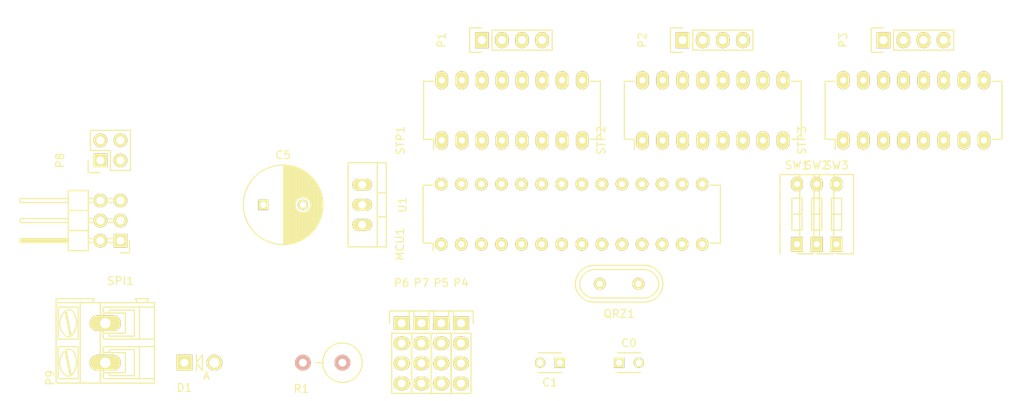
<source format=kicad_pcb>
(kicad_pcb (version 4) (host pcbnew 4.0.2-4+6225~38~ubuntu14.04.1-stable)

  (general
    (links 85)
    (no_connects 85)
    (area 106.68 96.52 238.76 149.86)
    (thickness 1.6)
    (drawings 0)
    (tracks 0)
    (zones 0)
    (modules 24)
    (nets 46)
  )

  (page A4)
  (layers
    (0 F.Cu signal)
    (1 In1.Cu signal)
    (2 In2.Cu signal)
    (3 In3.Cu signal)
    (4 In4.Cu signal)
    (5 In5.Cu signal)
    (6 In6.Cu signal)
    (7 In7.Cu signal)
    (8 In8.Cu signal)
    (9 In9.Cu signal)
    (10 In10.Cu signal)
    (11 In11.Cu signal)
    (12 In12.Cu signal)
    (13 In13.Cu signal)
    (14 In14.Cu signal)
    (15 In15.Cu signal)
    (16 In16.Cu signal)
    (17 In17.Cu signal)
    (18 In18.Cu signal)
    (19 In19.Cu signal)
    (20 In20.Cu signal)
    (21 In21.Cu signal)
    (22 In22.Cu signal)
    (23 In23.Cu signal)
    (24 In24.Cu signal)
    (25 In25.Cu signal)
    (26 In26.Cu signal)
    (27 In27.Cu signal)
    (28 In28.Cu signal)
    (29 In29.Cu signal)
    (30 In30.Cu signal)
    (31 B.Cu signal)
    (32 B.Adhes user)
    (33 F.Adhes user)
    (34 B.Paste user)
    (35 F.Paste user)
    (36 B.SilkS user)
    (37 F.SilkS user)
    (38 B.Mask user)
    (39 F.Mask user)
    (40 Dwgs.User user)
    (41 Cmts.User user)
    (42 Eco1.User user)
    (43 Eco2.User user)
    (44 Edge.Cuts user)
    (45 Margin user)
    (46 B.CrtYd user)
    (47 F.CrtYd user)
    (48 B.Fab user)
    (49 F.Fab user)
  )

  (setup
    (last_trace_width 0.25)
    (trace_clearance 0.2)
    (zone_clearance 0.508)
    (zone_45_only no)
    (trace_min 0.2)
    (segment_width 0.2)
    (edge_width 0.15)
    (via_size 0.6)
    (via_drill 0.4)
    (via_min_size 0.4)
    (via_min_drill 0.3)
    (uvia_size 0.3)
    (uvia_drill 0.1)
    (uvias_allowed no)
    (uvia_min_size 0.2)
    (uvia_min_drill 0.1)
    (pcb_text_width 0.3)
    (pcb_text_size 1.5 1.5)
    (mod_edge_width 0.15)
    (mod_text_size 1 1)
    (mod_text_width 0.15)
    (pad_size 1.524 1.524)
    (pad_drill 0.762)
    (pad_to_mask_clearance 0.2)
    (aux_axis_origin 0 0)
    (visible_elements FFFFFF7F)
    (pcbplotparams
      (layerselection 0x00030_80000001)
      (usegerberextensions false)
      (excludeedgelayer true)
      (linewidth 0.100000)
      (plotframeref false)
      (viasonmask false)
      (mode 1)
      (useauxorigin false)
      (hpglpennumber 1)
      (hpglpenspeed 20)
      (hpglpendiameter 15)
      (hpglpenoverlay 2)
      (psnegative false)
      (psa4output false)
      (plotreference true)
      (plotvalue true)
      (plotinvisibletext false)
      (padsonsilk false)
      (subtractmaskfromsilk false)
      (outputformat 1)
      (mirror false)
      (drillshape 1)
      (scaleselection 1)
      (outputdirectory ""))
  )

  (net 0 "")
  (net 1 +12V)
  (net 2 GND)
  (net 3 "Net-(C0-Pad2)")
  (net 4 "Net-(C1-Pad1)")
  (net 5 +5V)
  (net 6 /RST)
  (net 7 /ST0)
  (net 8 /DR0)
  (net 9 /ST1)
  (net 10 /DR1)
  (net 11 /ST2)
  (net 12 /DR2)
  (net 13 "Net-(MCU1-Pad12)")
  (net 14 "Net-(MCU1-Pad13)")
  (net 15 "Net-(MCU1-Pad14)")
  (net 16 "Net-(MCU1-Pad15)")
  (net 17 "Net-(MCU1-Pad16)")
  (net 18 /MOSI)
  (net 19 /MISO)
  (net 20 /SCK)
  (net 21 /SN0)
  (net 22 /SN1)
  (net 23 /SN2)
  (net 24 /SN3)
  (net 25 /SDA)
  (net 26 /SCL)
  (net 27 "Net-(P1-Pad1)")
  (net 28 "Net-(P1-Pad2)")
  (net 29 "Net-(P1-Pad3)")
  (net 30 "Net-(P1-Pad4)")
  (net 31 "Net-(P2-Pad1)")
  (net 32 "Net-(P2-Pad2)")
  (net 33 "Net-(P2-Pad3)")
  (net 34 "Net-(P2-Pad4)")
  (net 35 "Net-(P3-Pad1)")
  (net 36 "Net-(P3-Pad2)")
  (net 37 "Net-(P3-Pad3)")
  (net 38 "Net-(P3-Pad4)")
  (net 39 /MS0)
  (net 40 /MS1)
  (net 41 /MS2)
  (net 42 "Net-(STP1-Pad5)")
  (net 43 "Net-(STP2-Pad5)")
  (net 44 "Net-(STP3-Pad5)")
  (net 45 "Net-(D1-Pad1)")

  (net_class Default "This is the default net class."
    (clearance 0.2)
    (trace_width 0.25)
    (via_dia 0.6)
    (via_drill 0.4)
    (uvia_dia 0.3)
    (uvia_drill 0.1)
    (add_net +5V)
    (add_net /DR0)
    (add_net /DR1)
    (add_net /DR2)
    (add_net /MISO)
    (add_net /MOSI)
    (add_net /MS0)
    (add_net /MS1)
    (add_net /MS2)
    (add_net /RST)
    (add_net /SCK)
    (add_net /SCL)
    (add_net /SDA)
    (add_net /SN0)
    (add_net /SN1)
    (add_net /SN2)
    (add_net /SN3)
    (add_net /ST0)
    (add_net /ST1)
    (add_net /ST2)
    (add_net "Net-(C0-Pad2)")
    (add_net "Net-(C1-Pad1)")
    (add_net "Net-(D1-Pad1)")
    (add_net "Net-(MCU1-Pad12)")
    (add_net "Net-(MCU1-Pad13)")
    (add_net "Net-(MCU1-Pad14)")
    (add_net "Net-(MCU1-Pad15)")
    (add_net "Net-(MCU1-Pad16)")
    (add_net "Net-(P1-Pad1)")
    (add_net "Net-(P1-Pad2)")
    (add_net "Net-(P1-Pad3)")
    (add_net "Net-(P1-Pad4)")
    (add_net "Net-(P2-Pad1)")
    (add_net "Net-(P2-Pad2)")
    (add_net "Net-(P2-Pad3)")
    (add_net "Net-(P2-Pad4)")
    (add_net "Net-(P3-Pad1)")
    (add_net "Net-(P3-Pad2)")
    (add_net "Net-(P3-Pad3)")
    (add_net "Net-(P3-Pad4)")
    (add_net "Net-(STP1-Pad5)")
    (add_net "Net-(STP2-Pad5)")
    (add_net "Net-(STP3-Pad5)")
  )

  (net_class PWR ""
    (clearance 0.2)
    (trace_width 0.5)
    (via_dia 0.6)
    (via_drill 0.4)
    (uvia_dia 0.3)
    (uvia_drill 0.1)
    (add_net +12V)
    (add_net GND)
  )

  (module Capacitors_ThroughHole:C_Disc_D3_P2.5 (layer F.Cu) (tedit 0) (tstamp 56C7553D)
    (at 185 145)
    (descr "Capacitor 3mm Disc, Pitch 2.5mm")
    (tags Capacitor)
    (path /56C4C801)
    (fp_text reference C0 (at 1.25 -2.5) (layer F.SilkS)
      (effects (font (size 1 1) (thickness 0.15)))
    )
    (fp_text value C_Small (at 1.25 2.5) (layer F.Fab)
      (effects (font (size 1 1) (thickness 0.15)))
    )
    (fp_line (start -0.9 -1.5) (end 3.4 -1.5) (layer F.CrtYd) (width 0.05))
    (fp_line (start 3.4 -1.5) (end 3.4 1.5) (layer F.CrtYd) (width 0.05))
    (fp_line (start 3.4 1.5) (end -0.9 1.5) (layer F.CrtYd) (width 0.05))
    (fp_line (start -0.9 1.5) (end -0.9 -1.5) (layer F.CrtYd) (width 0.05))
    (fp_line (start -0.25 -1.25) (end 2.75 -1.25) (layer F.SilkS) (width 0.15))
    (fp_line (start 2.75 1.25) (end -0.25 1.25) (layer F.SilkS) (width 0.15))
    (pad 1 thru_hole rect (at 0 0) (size 1.3 1.3) (drill 0.8) (layers *.Cu *.Mask F.SilkS)
      (net 2 GND))
    (pad 2 thru_hole circle (at 2.5 0) (size 1.3 1.3) (drill 0.8001) (layers *.Cu *.Mask F.SilkS)
      (net 3 "Net-(C0-Pad2)"))
    (model Capacitors_ThroughHole.3dshapes/C_Disc_D3_P2.5.wrl
      (at (xyz 0.0492126 0 0))
      (scale (xyz 1 1 1))
      (rotate (xyz 0 0 0))
    )
  )

  (module Capacitors_ThroughHole:C_Disc_D3_P2.5 (layer F.Cu) (tedit 0) (tstamp 56C75549)
    (at 177.5 145 180)
    (descr "Capacitor 3mm Disc, Pitch 2.5mm")
    (tags Capacitor)
    (path /56C4C766)
    (fp_text reference C1 (at 1.25 -2.5 180) (layer F.SilkS)
      (effects (font (size 1 1) (thickness 0.15)))
    )
    (fp_text value C_Small (at 1.25 2.5 180) (layer F.Fab)
      (effects (font (size 1 1) (thickness 0.15)))
    )
    (fp_line (start -0.9 -1.5) (end 3.4 -1.5) (layer F.CrtYd) (width 0.05))
    (fp_line (start 3.4 -1.5) (end 3.4 1.5) (layer F.CrtYd) (width 0.05))
    (fp_line (start 3.4 1.5) (end -0.9 1.5) (layer F.CrtYd) (width 0.05))
    (fp_line (start -0.9 1.5) (end -0.9 -1.5) (layer F.CrtYd) (width 0.05))
    (fp_line (start -0.25 -1.25) (end 2.75 -1.25) (layer F.SilkS) (width 0.15))
    (fp_line (start 2.75 1.25) (end -0.25 1.25) (layer F.SilkS) (width 0.15))
    (pad 1 thru_hole rect (at 0 0 180) (size 1.3 1.3) (drill 0.8) (layers *.Cu *.Mask F.SilkS)
      (net 4 "Net-(C1-Pad1)"))
    (pad 2 thru_hole circle (at 2.5 0 180) (size 1.3 1.3) (drill 0.8001) (layers *.Cu *.Mask F.SilkS)
      (net 2 GND))
    (model Capacitors_ThroughHole.3dshapes/C_Disc_D3_P2.5.wrl
      (at (xyz 0.0492126 0 0))
      (scale (xyz 1 1 1))
      (rotate (xyz 0 0 0))
    )
  )

  (module Capacitors_ThroughHole:C_Radial_D10_L13_P5 (layer F.Cu) (tedit 0) (tstamp 56C75584)
    (at 140 125)
    (descr "Radial Electrolytic Capacitor Diameter 10mm x Length 13mm, Pitch 5mm")
    (tags "Electrolytic Capacitor")
    (path /56C7D957)
    (fp_text reference C5 (at 2.5 -6.3) (layer F.SilkS)
      (effects (font (size 1 1) (thickness 0.15)))
    )
    (fp_text value CP (at 2.5 6.3) (layer F.Fab)
      (effects (font (size 1 1) (thickness 0.15)))
    )
    (fp_line (start 2.575 -4.999) (end 2.575 4.999) (layer F.SilkS) (width 0.15))
    (fp_line (start 2.715 -4.995) (end 2.715 4.995) (layer F.SilkS) (width 0.15))
    (fp_line (start 2.855 -4.987) (end 2.855 4.987) (layer F.SilkS) (width 0.15))
    (fp_line (start 2.995 -4.975) (end 2.995 4.975) (layer F.SilkS) (width 0.15))
    (fp_line (start 3.135 -4.96) (end 3.135 4.96) (layer F.SilkS) (width 0.15))
    (fp_line (start 3.275 -4.94) (end 3.275 4.94) (layer F.SilkS) (width 0.15))
    (fp_line (start 3.415 -4.916) (end 3.415 4.916) (layer F.SilkS) (width 0.15))
    (fp_line (start 3.555 -4.887) (end 3.555 4.887) (layer F.SilkS) (width 0.15))
    (fp_line (start 3.695 -4.855) (end 3.695 4.855) (layer F.SilkS) (width 0.15))
    (fp_line (start 3.835 -4.818) (end 3.835 4.818) (layer F.SilkS) (width 0.15))
    (fp_line (start 3.975 -4.777) (end 3.975 4.777) (layer F.SilkS) (width 0.15))
    (fp_line (start 4.115 -4.732) (end 4.115 -0.466) (layer F.SilkS) (width 0.15))
    (fp_line (start 4.115 0.466) (end 4.115 4.732) (layer F.SilkS) (width 0.15))
    (fp_line (start 4.255 -4.682) (end 4.255 -0.667) (layer F.SilkS) (width 0.15))
    (fp_line (start 4.255 0.667) (end 4.255 4.682) (layer F.SilkS) (width 0.15))
    (fp_line (start 4.395 -4.627) (end 4.395 -0.796) (layer F.SilkS) (width 0.15))
    (fp_line (start 4.395 0.796) (end 4.395 4.627) (layer F.SilkS) (width 0.15))
    (fp_line (start 4.535 -4.567) (end 4.535 -0.885) (layer F.SilkS) (width 0.15))
    (fp_line (start 4.535 0.885) (end 4.535 4.567) (layer F.SilkS) (width 0.15))
    (fp_line (start 4.675 -4.502) (end 4.675 -0.946) (layer F.SilkS) (width 0.15))
    (fp_line (start 4.675 0.946) (end 4.675 4.502) (layer F.SilkS) (width 0.15))
    (fp_line (start 4.815 -4.432) (end 4.815 -0.983) (layer F.SilkS) (width 0.15))
    (fp_line (start 4.815 0.983) (end 4.815 4.432) (layer F.SilkS) (width 0.15))
    (fp_line (start 4.955 -4.356) (end 4.955 -0.999) (layer F.SilkS) (width 0.15))
    (fp_line (start 4.955 0.999) (end 4.955 4.356) (layer F.SilkS) (width 0.15))
    (fp_line (start 5.095 -4.274) (end 5.095 -0.995) (layer F.SilkS) (width 0.15))
    (fp_line (start 5.095 0.995) (end 5.095 4.274) (layer F.SilkS) (width 0.15))
    (fp_line (start 5.235 -4.186) (end 5.235 -0.972) (layer F.SilkS) (width 0.15))
    (fp_line (start 5.235 0.972) (end 5.235 4.186) (layer F.SilkS) (width 0.15))
    (fp_line (start 5.375 -4.091) (end 5.375 -0.927) (layer F.SilkS) (width 0.15))
    (fp_line (start 5.375 0.927) (end 5.375 4.091) (layer F.SilkS) (width 0.15))
    (fp_line (start 5.515 -3.989) (end 5.515 -0.857) (layer F.SilkS) (width 0.15))
    (fp_line (start 5.515 0.857) (end 5.515 3.989) (layer F.SilkS) (width 0.15))
    (fp_line (start 5.655 -3.879) (end 5.655 -0.756) (layer F.SilkS) (width 0.15))
    (fp_line (start 5.655 0.756) (end 5.655 3.879) (layer F.SilkS) (width 0.15))
    (fp_line (start 5.795 -3.761) (end 5.795 -0.607) (layer F.SilkS) (width 0.15))
    (fp_line (start 5.795 0.607) (end 5.795 3.761) (layer F.SilkS) (width 0.15))
    (fp_line (start 5.935 -3.633) (end 5.935 -0.355) (layer F.SilkS) (width 0.15))
    (fp_line (start 5.935 0.355) (end 5.935 3.633) (layer F.SilkS) (width 0.15))
    (fp_line (start 6.075 -3.496) (end 6.075 3.496) (layer F.SilkS) (width 0.15))
    (fp_line (start 6.215 -3.346) (end 6.215 3.346) (layer F.SilkS) (width 0.15))
    (fp_line (start 6.355 -3.184) (end 6.355 3.184) (layer F.SilkS) (width 0.15))
    (fp_line (start 6.495 -3.007) (end 6.495 3.007) (layer F.SilkS) (width 0.15))
    (fp_line (start 6.635 -2.811) (end 6.635 2.811) (layer F.SilkS) (width 0.15))
    (fp_line (start 6.775 -2.593) (end 6.775 2.593) (layer F.SilkS) (width 0.15))
    (fp_line (start 6.915 -2.347) (end 6.915 2.347) (layer F.SilkS) (width 0.15))
    (fp_line (start 7.055 -2.062) (end 7.055 2.062) (layer F.SilkS) (width 0.15))
    (fp_line (start 7.195 -1.72) (end 7.195 1.72) (layer F.SilkS) (width 0.15))
    (fp_line (start 7.335 -1.274) (end 7.335 1.274) (layer F.SilkS) (width 0.15))
    (fp_line (start 7.475 -0.499) (end 7.475 0.499) (layer F.SilkS) (width 0.15))
    (fp_circle (center 5 0) (end 5 -1) (layer F.SilkS) (width 0.15))
    (fp_circle (center 2.5 0) (end 2.5 -5.0375) (layer F.SilkS) (width 0.15))
    (fp_circle (center 2.5 0) (end 2.5 -5.3) (layer F.CrtYd) (width 0.05))
    (pad 1 thru_hole rect (at 0 0) (size 1.3 1.3) (drill 0.8) (layers *.Cu *.Mask F.SilkS)
      (net 5 +5V))
    (pad 2 thru_hole circle (at 5 0) (size 1.3 1.3) (drill 0.8) (layers *.Cu *.Mask F.SilkS)
      (net 2 GND))
    (model Capacitors_ThroughHole.3dshapes/C_Radial_D10_L13_P5.wrl
      (at (xyz 0.0984252 0 0))
      (scale (xyz 1 1 1))
      (rotate (xyz 0 0 90))
    )
  )

  (module Housings_DIP:DIP-28_W7.62mm (layer F.Cu) (tedit 54130A77) (tstamp 56C755AF)
    (at 162.5 130 90)
    (descr "28-lead dip package, row spacing 7.62 mm (300 mils)")
    (tags "dil dip 2.54 300")
    (path /56C4C1EE)
    (fp_text reference MCU1 (at 0 -5.22 90) (layer F.SilkS)
      (effects (font (size 1 1) (thickness 0.15)))
    )
    (fp_text value ATMEGA328-P (at 0 -3.72 90) (layer F.Fab)
      (effects (font (size 1 1) (thickness 0.15)))
    )
    (fp_line (start -1.05 -2.45) (end -1.05 35.5) (layer F.CrtYd) (width 0.05))
    (fp_line (start 8.65 -2.45) (end 8.65 35.5) (layer F.CrtYd) (width 0.05))
    (fp_line (start -1.05 -2.45) (end 8.65 -2.45) (layer F.CrtYd) (width 0.05))
    (fp_line (start -1.05 35.5) (end 8.65 35.5) (layer F.CrtYd) (width 0.05))
    (fp_line (start 0.135 -2.295) (end 0.135 -1.025) (layer F.SilkS) (width 0.15))
    (fp_line (start 7.485 -2.295) (end 7.485 -1.025) (layer F.SilkS) (width 0.15))
    (fp_line (start 7.485 35.315) (end 7.485 34.045) (layer F.SilkS) (width 0.15))
    (fp_line (start 0.135 35.315) (end 0.135 34.045) (layer F.SilkS) (width 0.15))
    (fp_line (start 0.135 -2.295) (end 7.485 -2.295) (layer F.SilkS) (width 0.15))
    (fp_line (start 0.135 35.315) (end 7.485 35.315) (layer F.SilkS) (width 0.15))
    (fp_line (start 0.135 -1.025) (end -0.8 -1.025) (layer F.SilkS) (width 0.15))
    (pad 1 thru_hole oval (at 0 0 90) (size 1.6 1.6) (drill 0.8) (layers *.Cu *.Mask F.SilkS)
      (net 6 /RST))
    (pad 2 thru_hole oval (at 0 2.54 90) (size 1.6 1.6) (drill 0.8) (layers *.Cu *.Mask F.SilkS)
      (net 7 /ST0))
    (pad 3 thru_hole oval (at 0 5.08 90) (size 1.6 1.6) (drill 0.8) (layers *.Cu *.Mask F.SilkS)
      (net 8 /DR0))
    (pad 4 thru_hole oval (at 0 7.62 90) (size 1.6 1.6) (drill 0.8) (layers *.Cu *.Mask F.SilkS)
      (net 9 /ST1))
    (pad 5 thru_hole oval (at 0 10.16 90) (size 1.6 1.6) (drill 0.8) (layers *.Cu *.Mask F.SilkS)
      (net 10 /DR1))
    (pad 6 thru_hole oval (at 0 12.7 90) (size 1.6 1.6) (drill 0.8) (layers *.Cu *.Mask F.SilkS)
      (net 11 /ST2))
    (pad 7 thru_hole oval (at 0 15.24 90) (size 1.6 1.6) (drill 0.8) (layers *.Cu *.Mask F.SilkS)
      (net 5 +5V))
    (pad 8 thru_hole oval (at 0 17.78 90) (size 1.6 1.6) (drill 0.8) (layers *.Cu *.Mask F.SilkS)
      (net 2 GND))
    (pad 9 thru_hole oval (at 0 20.32 90) (size 1.6 1.6) (drill 0.8) (layers *.Cu *.Mask F.SilkS)
      (net 4 "Net-(C1-Pad1)"))
    (pad 10 thru_hole oval (at 0 22.86 90) (size 1.6 1.6) (drill 0.8) (layers *.Cu *.Mask F.SilkS)
      (net 3 "Net-(C0-Pad2)"))
    (pad 11 thru_hole oval (at 0 25.4 90) (size 1.6 1.6) (drill 0.8) (layers *.Cu *.Mask F.SilkS)
      (net 12 /DR2))
    (pad 12 thru_hole oval (at 0 27.94 90) (size 1.6 1.6) (drill 0.8) (layers *.Cu *.Mask F.SilkS)
      (net 13 "Net-(MCU1-Pad12)"))
    (pad 13 thru_hole oval (at 0 30.48 90) (size 1.6 1.6) (drill 0.8) (layers *.Cu *.Mask F.SilkS)
      (net 14 "Net-(MCU1-Pad13)"))
    (pad 14 thru_hole oval (at 0 33.02 90) (size 1.6 1.6) (drill 0.8) (layers *.Cu *.Mask F.SilkS)
      (net 15 "Net-(MCU1-Pad14)"))
    (pad 15 thru_hole oval (at 7.62 33.02 90) (size 1.6 1.6) (drill 0.8) (layers *.Cu *.Mask F.SilkS)
      (net 16 "Net-(MCU1-Pad15)"))
    (pad 16 thru_hole oval (at 7.62 30.48 90) (size 1.6 1.6) (drill 0.8) (layers *.Cu *.Mask F.SilkS)
      (net 17 "Net-(MCU1-Pad16)"))
    (pad 17 thru_hole oval (at 7.62 27.94 90) (size 1.6 1.6) (drill 0.8) (layers *.Cu *.Mask F.SilkS)
      (net 18 /MOSI))
    (pad 18 thru_hole oval (at 7.62 25.4 90) (size 1.6 1.6) (drill 0.8) (layers *.Cu *.Mask F.SilkS)
      (net 19 /MISO))
    (pad 19 thru_hole oval (at 7.62 22.86 90) (size 1.6 1.6) (drill 0.8) (layers *.Cu *.Mask F.SilkS)
      (net 20 /SCK))
    (pad 20 thru_hole oval (at 7.62 20.32 90) (size 1.6 1.6) (drill 0.8) (layers *.Cu *.Mask F.SilkS)
      (net 5 +5V))
    (pad 21 thru_hole oval (at 7.62 17.78 90) (size 1.6 1.6) (drill 0.8) (layers *.Cu *.Mask F.SilkS)
      (net 5 +5V))
    (pad 22 thru_hole oval (at 7.62 15.24 90) (size 1.6 1.6) (drill 0.8) (layers *.Cu *.Mask F.SilkS)
      (net 2 GND))
    (pad 23 thru_hole oval (at 7.62 12.7 90) (size 1.6 1.6) (drill 0.8) (layers *.Cu *.Mask F.SilkS)
      (net 21 /SN0))
    (pad 24 thru_hole oval (at 7.62 10.16 90) (size 1.6 1.6) (drill 0.8) (layers *.Cu *.Mask F.SilkS)
      (net 22 /SN1))
    (pad 25 thru_hole oval (at 7.62 7.62 90) (size 1.6 1.6) (drill 0.8) (layers *.Cu *.Mask F.SilkS)
      (net 23 /SN2))
    (pad 26 thru_hole oval (at 7.62 5.08 90) (size 1.6 1.6) (drill 0.8) (layers *.Cu *.Mask F.SilkS)
      (net 24 /SN3))
    (pad 27 thru_hole oval (at 7.62 2.54 90) (size 1.6 1.6) (drill 0.8) (layers *.Cu *.Mask F.SilkS)
      (net 25 /SDA))
    (pad 28 thru_hole oval (at 7.62 0 90) (size 1.6 1.6) (drill 0.8) (layers *.Cu *.Mask F.SilkS)
      (net 26 /SCL))
    (model Housings_DIP.3dshapes/DIP-28_W7.62mm.wrl
      (at (xyz 0 0 0))
      (scale (xyz 1 1 1))
      (rotate (xyz 0 0 0))
    )
  )

  (module Pin_Headers:Pin_Header_Straight_1x04 (layer F.Cu) (tedit 0) (tstamp 56C755C2)
    (at 167.64 104.14 90)
    (descr "Through hole pin header")
    (tags "pin header")
    (path /56C67702)
    (fp_text reference P1 (at 0 -5.1 90) (layer F.SilkS)
      (effects (font (size 1 1) (thickness 0.15)))
    )
    (fp_text value CONN_01X04 (at 0 -3.1 90) (layer F.Fab)
      (effects (font (size 1 1) (thickness 0.15)))
    )
    (fp_line (start -1.75 -1.75) (end -1.75 9.4) (layer F.CrtYd) (width 0.05))
    (fp_line (start 1.75 -1.75) (end 1.75 9.4) (layer F.CrtYd) (width 0.05))
    (fp_line (start -1.75 -1.75) (end 1.75 -1.75) (layer F.CrtYd) (width 0.05))
    (fp_line (start -1.75 9.4) (end 1.75 9.4) (layer F.CrtYd) (width 0.05))
    (fp_line (start -1.27 1.27) (end -1.27 8.89) (layer F.SilkS) (width 0.15))
    (fp_line (start 1.27 1.27) (end 1.27 8.89) (layer F.SilkS) (width 0.15))
    (fp_line (start 1.55 -1.55) (end 1.55 0) (layer F.SilkS) (width 0.15))
    (fp_line (start -1.27 8.89) (end 1.27 8.89) (layer F.SilkS) (width 0.15))
    (fp_line (start 1.27 1.27) (end -1.27 1.27) (layer F.SilkS) (width 0.15))
    (fp_line (start -1.55 0) (end -1.55 -1.55) (layer F.SilkS) (width 0.15))
    (fp_line (start -1.55 -1.55) (end 1.55 -1.55) (layer F.SilkS) (width 0.15))
    (pad 1 thru_hole rect (at 0 0 90) (size 2.032 1.7272) (drill 1.016) (layers *.Cu *.Mask F.SilkS)
      (net 27 "Net-(P1-Pad1)"))
    (pad 2 thru_hole oval (at 0 2.54 90) (size 2.032 1.7272) (drill 1.016) (layers *.Cu *.Mask F.SilkS)
      (net 28 "Net-(P1-Pad2)"))
    (pad 3 thru_hole oval (at 0 5.08 90) (size 2.032 1.7272) (drill 1.016) (layers *.Cu *.Mask F.SilkS)
      (net 29 "Net-(P1-Pad3)"))
    (pad 4 thru_hole oval (at 0 7.62 90) (size 2.032 1.7272) (drill 1.016) (layers *.Cu *.Mask F.SilkS)
      (net 30 "Net-(P1-Pad4)"))
    (model Pin_Headers.3dshapes/Pin_Header_Straight_1x04.wrl
      (at (xyz 0 -0.15 0))
      (scale (xyz 1 1 1))
      (rotate (xyz 0 0 90))
    )
  )

  (module Pin_Headers:Pin_Header_Straight_1x04 (layer F.Cu) (tedit 0) (tstamp 56C755D5)
    (at 193.04 104.14 90)
    (descr "Through hole pin header")
    (tags "pin header")
    (path /56C6742E)
    (fp_text reference P2 (at 0 -5.1 90) (layer F.SilkS)
      (effects (font (size 1 1) (thickness 0.15)))
    )
    (fp_text value CONN_01X04 (at 0 -3.1 90) (layer F.Fab)
      (effects (font (size 1 1) (thickness 0.15)))
    )
    (fp_line (start -1.75 -1.75) (end -1.75 9.4) (layer F.CrtYd) (width 0.05))
    (fp_line (start 1.75 -1.75) (end 1.75 9.4) (layer F.CrtYd) (width 0.05))
    (fp_line (start -1.75 -1.75) (end 1.75 -1.75) (layer F.CrtYd) (width 0.05))
    (fp_line (start -1.75 9.4) (end 1.75 9.4) (layer F.CrtYd) (width 0.05))
    (fp_line (start -1.27 1.27) (end -1.27 8.89) (layer F.SilkS) (width 0.15))
    (fp_line (start 1.27 1.27) (end 1.27 8.89) (layer F.SilkS) (width 0.15))
    (fp_line (start 1.55 -1.55) (end 1.55 0) (layer F.SilkS) (width 0.15))
    (fp_line (start -1.27 8.89) (end 1.27 8.89) (layer F.SilkS) (width 0.15))
    (fp_line (start 1.27 1.27) (end -1.27 1.27) (layer F.SilkS) (width 0.15))
    (fp_line (start -1.55 0) (end -1.55 -1.55) (layer F.SilkS) (width 0.15))
    (fp_line (start -1.55 -1.55) (end 1.55 -1.55) (layer F.SilkS) (width 0.15))
    (pad 1 thru_hole rect (at 0 0 90) (size 2.032 1.7272) (drill 1.016) (layers *.Cu *.Mask F.SilkS)
      (net 31 "Net-(P2-Pad1)"))
    (pad 2 thru_hole oval (at 0 2.54 90) (size 2.032 1.7272) (drill 1.016) (layers *.Cu *.Mask F.SilkS)
      (net 32 "Net-(P2-Pad2)"))
    (pad 3 thru_hole oval (at 0 5.08 90) (size 2.032 1.7272) (drill 1.016) (layers *.Cu *.Mask F.SilkS)
      (net 33 "Net-(P2-Pad3)"))
    (pad 4 thru_hole oval (at 0 7.62 90) (size 2.032 1.7272) (drill 1.016) (layers *.Cu *.Mask F.SilkS)
      (net 34 "Net-(P2-Pad4)"))
    (model Pin_Headers.3dshapes/Pin_Header_Straight_1x04.wrl
      (at (xyz 0 -0.15 0))
      (scale (xyz 1 1 1))
      (rotate (xyz 0 0 90))
    )
  )

  (module Pin_Headers:Pin_Header_Straight_1x04 (layer F.Cu) (tedit 0) (tstamp 56C755E8)
    (at 218.44 104.14 90)
    (descr "Through hole pin header")
    (tags "pin header")
    (path /56C67619)
    (fp_text reference P3 (at 0 -5.1 90) (layer F.SilkS)
      (effects (font (size 1 1) (thickness 0.15)))
    )
    (fp_text value CONN_01X04 (at 0 -3.1 90) (layer F.Fab)
      (effects (font (size 1 1) (thickness 0.15)))
    )
    (fp_line (start -1.75 -1.75) (end -1.75 9.4) (layer F.CrtYd) (width 0.05))
    (fp_line (start 1.75 -1.75) (end 1.75 9.4) (layer F.CrtYd) (width 0.05))
    (fp_line (start -1.75 -1.75) (end 1.75 -1.75) (layer F.CrtYd) (width 0.05))
    (fp_line (start -1.75 9.4) (end 1.75 9.4) (layer F.CrtYd) (width 0.05))
    (fp_line (start -1.27 1.27) (end -1.27 8.89) (layer F.SilkS) (width 0.15))
    (fp_line (start 1.27 1.27) (end 1.27 8.89) (layer F.SilkS) (width 0.15))
    (fp_line (start 1.55 -1.55) (end 1.55 0) (layer F.SilkS) (width 0.15))
    (fp_line (start -1.27 8.89) (end 1.27 8.89) (layer F.SilkS) (width 0.15))
    (fp_line (start 1.27 1.27) (end -1.27 1.27) (layer F.SilkS) (width 0.15))
    (fp_line (start -1.55 0) (end -1.55 -1.55) (layer F.SilkS) (width 0.15))
    (fp_line (start -1.55 -1.55) (end 1.55 -1.55) (layer F.SilkS) (width 0.15))
    (pad 1 thru_hole rect (at 0 0 90) (size 2.032 1.7272) (drill 1.016) (layers *.Cu *.Mask F.SilkS)
      (net 35 "Net-(P3-Pad1)"))
    (pad 2 thru_hole oval (at 0 2.54 90) (size 2.032 1.7272) (drill 1.016) (layers *.Cu *.Mask F.SilkS)
      (net 36 "Net-(P3-Pad2)"))
    (pad 3 thru_hole oval (at 0 5.08 90) (size 2.032 1.7272) (drill 1.016) (layers *.Cu *.Mask F.SilkS)
      (net 37 "Net-(P3-Pad3)"))
    (pad 4 thru_hole oval (at 0 7.62 90) (size 2.032 1.7272) (drill 1.016) (layers *.Cu *.Mask F.SilkS)
      (net 38 "Net-(P3-Pad4)"))
    (model Pin_Headers.3dshapes/Pin_Header_Straight_1x04.wrl
      (at (xyz 0 -0.15 0))
      (scale (xyz 1 1 1))
      (rotate (xyz 0 0 90))
    )
  )

  (module Pin_Headers:Pin_Header_Straight_1x04 (layer F.Cu) (tedit 0) (tstamp 56C755FB)
    (at 165 140)
    (descr "Through hole pin header")
    (tags "pin header")
    (path /56C754D0)
    (fp_text reference P4 (at 0 -5.1) (layer F.SilkS)
      (effects (font (size 1 1) (thickness 0.15)))
    )
    (fp_text value CONN_01X03 (at 0 -3.1) (layer F.Fab)
      (effects (font (size 1 1) (thickness 0.15)))
    )
    (fp_line (start -1.75 -1.75) (end -1.75 9.4) (layer F.CrtYd) (width 0.05))
    (fp_line (start 1.75 -1.75) (end 1.75 9.4) (layer F.CrtYd) (width 0.05))
    (fp_line (start -1.75 -1.75) (end 1.75 -1.75) (layer F.CrtYd) (width 0.05))
    (fp_line (start -1.75 9.4) (end 1.75 9.4) (layer F.CrtYd) (width 0.05))
    (fp_line (start -1.27 1.27) (end -1.27 8.89) (layer F.SilkS) (width 0.15))
    (fp_line (start 1.27 1.27) (end 1.27 8.89) (layer F.SilkS) (width 0.15))
    (fp_line (start 1.55 -1.55) (end 1.55 0) (layer F.SilkS) (width 0.15))
    (fp_line (start -1.27 8.89) (end 1.27 8.89) (layer F.SilkS) (width 0.15))
    (fp_line (start 1.27 1.27) (end -1.27 1.27) (layer F.SilkS) (width 0.15))
    (fp_line (start -1.55 0) (end -1.55 -1.55) (layer F.SilkS) (width 0.15))
    (fp_line (start -1.55 -1.55) (end 1.55 -1.55) (layer F.SilkS) (width 0.15))
    (pad 1 thru_hole rect (at 0 0) (size 2.032 1.7272) (drill 1.016) (layers *.Cu *.Mask F.SilkS)
      (net 21 /SN0))
    (pad 2 thru_hole oval (at 0 2.54) (size 2.032 1.7272) (drill 1.016) (layers *.Cu *.Mask F.SilkS)
      (net 5 +5V))
    (pad 3 thru_hole oval (at 0 5.08) (size 2.032 1.7272) (drill 1.016) (layers *.Cu *.Mask F.SilkS)
      (net 2 GND))
    (pad 4 thru_hole oval (at 0 7.62) (size 2.032 1.7272) (drill 1.016) (layers *.Cu *.Mask F.SilkS))
    (model Pin_Headers.3dshapes/Pin_Header_Straight_1x04.wrl
      (at (xyz 0 -0.15 0))
      (scale (xyz 1 1 1))
      (rotate (xyz 0 0 90))
    )
  )

  (module Pin_Headers:Pin_Header_Straight_1x04 (layer F.Cu) (tedit 0) (tstamp 56C7560E)
    (at 162.5 140)
    (descr "Through hole pin header")
    (tags "pin header")
    (path /56C76127)
    (fp_text reference P5 (at 0 -5.1) (layer F.SilkS)
      (effects (font (size 1 1) (thickness 0.15)))
    )
    (fp_text value CONN_01X03 (at 0 -3.1) (layer F.Fab)
      (effects (font (size 1 1) (thickness 0.15)))
    )
    (fp_line (start -1.75 -1.75) (end -1.75 9.4) (layer F.CrtYd) (width 0.05))
    (fp_line (start 1.75 -1.75) (end 1.75 9.4) (layer F.CrtYd) (width 0.05))
    (fp_line (start -1.75 -1.75) (end 1.75 -1.75) (layer F.CrtYd) (width 0.05))
    (fp_line (start -1.75 9.4) (end 1.75 9.4) (layer F.CrtYd) (width 0.05))
    (fp_line (start -1.27 1.27) (end -1.27 8.89) (layer F.SilkS) (width 0.15))
    (fp_line (start 1.27 1.27) (end 1.27 8.89) (layer F.SilkS) (width 0.15))
    (fp_line (start 1.55 -1.55) (end 1.55 0) (layer F.SilkS) (width 0.15))
    (fp_line (start -1.27 8.89) (end 1.27 8.89) (layer F.SilkS) (width 0.15))
    (fp_line (start 1.27 1.27) (end -1.27 1.27) (layer F.SilkS) (width 0.15))
    (fp_line (start -1.55 0) (end -1.55 -1.55) (layer F.SilkS) (width 0.15))
    (fp_line (start -1.55 -1.55) (end 1.55 -1.55) (layer F.SilkS) (width 0.15))
    (pad 1 thru_hole rect (at 0 0) (size 2.032 1.7272) (drill 1.016) (layers *.Cu *.Mask F.SilkS)
      (net 22 /SN1))
    (pad 2 thru_hole oval (at 0 2.54) (size 2.032 1.7272) (drill 1.016) (layers *.Cu *.Mask F.SilkS)
      (net 5 +5V))
    (pad 3 thru_hole oval (at 0 5.08) (size 2.032 1.7272) (drill 1.016) (layers *.Cu *.Mask F.SilkS)
      (net 2 GND))
    (pad 4 thru_hole oval (at 0 7.62) (size 2.032 1.7272) (drill 1.016) (layers *.Cu *.Mask F.SilkS))
    (model Pin_Headers.3dshapes/Pin_Header_Straight_1x04.wrl
      (at (xyz 0 -0.15 0))
      (scale (xyz 1 1 1))
      (rotate (xyz 0 0 90))
    )
  )

  (module Pin_Headers:Pin_Header_Straight_1x04 (layer F.Cu) (tedit 0) (tstamp 56C75621)
    (at 157.5 140)
    (descr "Through hole pin header")
    (tags "pin header")
    (path /56C761EA)
    (fp_text reference P6 (at 0 -5.1) (layer F.SilkS)
      (effects (font (size 1 1) (thickness 0.15)))
    )
    (fp_text value CONN_01X03 (at 0 -3.1) (layer F.Fab)
      (effects (font (size 1 1) (thickness 0.15)))
    )
    (fp_line (start -1.75 -1.75) (end -1.75 9.4) (layer F.CrtYd) (width 0.05))
    (fp_line (start 1.75 -1.75) (end 1.75 9.4) (layer F.CrtYd) (width 0.05))
    (fp_line (start -1.75 -1.75) (end 1.75 -1.75) (layer F.CrtYd) (width 0.05))
    (fp_line (start -1.75 9.4) (end 1.75 9.4) (layer F.CrtYd) (width 0.05))
    (fp_line (start -1.27 1.27) (end -1.27 8.89) (layer F.SilkS) (width 0.15))
    (fp_line (start 1.27 1.27) (end 1.27 8.89) (layer F.SilkS) (width 0.15))
    (fp_line (start 1.55 -1.55) (end 1.55 0) (layer F.SilkS) (width 0.15))
    (fp_line (start -1.27 8.89) (end 1.27 8.89) (layer F.SilkS) (width 0.15))
    (fp_line (start 1.27 1.27) (end -1.27 1.27) (layer F.SilkS) (width 0.15))
    (fp_line (start -1.55 0) (end -1.55 -1.55) (layer F.SilkS) (width 0.15))
    (fp_line (start -1.55 -1.55) (end 1.55 -1.55) (layer F.SilkS) (width 0.15))
    (pad 1 thru_hole rect (at 0 0) (size 2.032 1.7272) (drill 1.016) (layers *.Cu *.Mask F.SilkS)
      (net 23 /SN2))
    (pad 2 thru_hole oval (at 0 2.54) (size 2.032 1.7272) (drill 1.016) (layers *.Cu *.Mask F.SilkS)
      (net 5 +5V))
    (pad 3 thru_hole oval (at 0 5.08) (size 2.032 1.7272) (drill 1.016) (layers *.Cu *.Mask F.SilkS)
      (net 2 GND))
    (pad 4 thru_hole oval (at 0 7.62) (size 2.032 1.7272) (drill 1.016) (layers *.Cu *.Mask F.SilkS))
    (model Pin_Headers.3dshapes/Pin_Header_Straight_1x04.wrl
      (at (xyz 0 -0.15 0))
      (scale (xyz 1 1 1))
      (rotate (xyz 0 0 90))
    )
  )

  (module Pin_Headers:Pin_Header_Straight_1x04 (layer F.Cu) (tedit 0) (tstamp 56C75634)
    (at 160 140)
    (descr "Through hole pin header")
    (tags "pin header")
    (path /56C76251)
    (fp_text reference P7 (at 0 -5.1) (layer F.SilkS)
      (effects (font (size 1 1) (thickness 0.15)))
    )
    (fp_text value CONN_01X03 (at 0 -3.1) (layer F.Fab)
      (effects (font (size 1 1) (thickness 0.15)))
    )
    (fp_line (start -1.75 -1.75) (end -1.75 9.4) (layer F.CrtYd) (width 0.05))
    (fp_line (start 1.75 -1.75) (end 1.75 9.4) (layer F.CrtYd) (width 0.05))
    (fp_line (start -1.75 -1.75) (end 1.75 -1.75) (layer F.CrtYd) (width 0.05))
    (fp_line (start -1.75 9.4) (end 1.75 9.4) (layer F.CrtYd) (width 0.05))
    (fp_line (start -1.27 1.27) (end -1.27 8.89) (layer F.SilkS) (width 0.15))
    (fp_line (start 1.27 1.27) (end 1.27 8.89) (layer F.SilkS) (width 0.15))
    (fp_line (start 1.55 -1.55) (end 1.55 0) (layer F.SilkS) (width 0.15))
    (fp_line (start -1.27 8.89) (end 1.27 8.89) (layer F.SilkS) (width 0.15))
    (fp_line (start 1.27 1.27) (end -1.27 1.27) (layer F.SilkS) (width 0.15))
    (fp_line (start -1.55 0) (end -1.55 -1.55) (layer F.SilkS) (width 0.15))
    (fp_line (start -1.55 -1.55) (end 1.55 -1.55) (layer F.SilkS) (width 0.15))
    (pad 1 thru_hole rect (at 0 0) (size 2.032 1.7272) (drill 1.016) (layers *.Cu *.Mask F.SilkS)
      (net 24 /SN3))
    (pad 2 thru_hole oval (at 0 2.54) (size 2.032 1.7272) (drill 1.016) (layers *.Cu *.Mask F.SilkS)
      (net 5 +5V))
    (pad 3 thru_hole oval (at 0 5.08) (size 2.032 1.7272) (drill 1.016) (layers *.Cu *.Mask F.SilkS)
      (net 2 GND))
    (pad 4 thru_hole oval (at 0 7.62) (size 2.032 1.7272) (drill 1.016) (layers *.Cu *.Mask F.SilkS))
    (model Pin_Headers.3dshapes/Pin_Header_Straight_1x04.wrl
      (at (xyz 0 -0.15 0))
      (scale (xyz 1 1 1))
      (rotate (xyz 0 0 90))
    )
  )

  (module Pin_Headers:Pin_Header_Straight_2x02 (layer F.Cu) (tedit 0) (tstamp 56C75648)
    (at 119.38 119.38 90)
    (descr "Through hole pin header")
    (tags "pin header")
    (path /56C8A0A7)
    (fp_text reference P8 (at 0 -5.1 90) (layer F.SilkS)
      (effects (font (size 1 1) (thickness 0.15)))
    )
    (fp_text value CONN_02X02 (at 0 -3.1 90) (layer F.Fab)
      (effects (font (size 1 1) (thickness 0.15)))
    )
    (fp_line (start -1.75 -1.75) (end -1.75 4.3) (layer F.CrtYd) (width 0.05))
    (fp_line (start 4.3 -1.75) (end 4.3 4.3) (layer F.CrtYd) (width 0.05))
    (fp_line (start -1.75 -1.75) (end 4.3 -1.75) (layer F.CrtYd) (width 0.05))
    (fp_line (start -1.75 4.3) (end 4.3 4.3) (layer F.CrtYd) (width 0.05))
    (fp_line (start -1.55 0) (end -1.55 -1.55) (layer F.SilkS) (width 0.15))
    (fp_line (start 0 -1.55) (end -1.55 -1.55) (layer F.SilkS) (width 0.15))
    (fp_line (start -1.27 1.27) (end 1.27 1.27) (layer F.SilkS) (width 0.15))
    (fp_line (start 1.27 1.27) (end 1.27 -1.27) (layer F.SilkS) (width 0.15))
    (fp_line (start 1.27 -1.27) (end 3.81 -1.27) (layer F.SilkS) (width 0.15))
    (fp_line (start 3.81 -1.27) (end 3.81 3.81) (layer F.SilkS) (width 0.15))
    (fp_line (start 3.81 3.81) (end -1.27 3.81) (layer F.SilkS) (width 0.15))
    (fp_line (start -1.27 3.81) (end -1.27 1.27) (layer F.SilkS) (width 0.15))
    (pad 1 thru_hole rect (at 0 0 90) (size 1.7272 1.7272) (drill 1.016) (layers *.Cu *.Mask F.SilkS)
      (net 2 GND))
    (pad 2 thru_hole oval (at 2.54 0 90) (size 1.7272 1.7272) (drill 1.016) (layers *.Cu *.Mask F.SilkS)
      (net 5 +5V))
    (pad 3 thru_hole oval (at 0 2.54 90) (size 1.7272 1.7272) (drill 1.016) (layers *.Cu *.Mask F.SilkS)
      (net 25 /SDA))
    (pad 4 thru_hole oval (at 2.54 2.54 90) (size 1.7272 1.7272) (drill 1.016) (layers *.Cu *.Mask F.SilkS)
      (net 26 /SCL))
    (model Pin_Headers.3dshapes/Pin_Header_Straight_2x02.wrl
      (at (xyz 0.05 -0.05 0))
      (scale (xyz 1 1 1))
      (rotate (xyz 0 0 90))
    )
  )

  (module Resistors_ThroughHole:Resistor_Vertical_RM5mm (layer F.Cu) (tedit 0) (tstamp 56C75693)
    (at 147.5 145 180)
    (descr "Resistor, Vertical, RM 5mm, 1/3W,")
    (tags "Resistor, Vertical, RM 5mm, 1/3W,")
    (path /56C881F4)
    (fp_text reference R1 (at 2.70002 -3.29946 180) (layer F.SilkS)
      (effects (font (size 1 1) (thickness 0.15)))
    )
    (fp_text value 1M (at 0 4.50088 180) (layer F.Fab)
      (effects (font (size 1 1) (thickness 0.15)))
    )
    (fp_line (start -0.09906 0) (end 0.9017 0) (layer F.SilkS) (width 0.15))
    (fp_circle (center -2.49936 0) (end 0 0) (layer F.SilkS) (width 0.15))
    (pad 1 thru_hole circle (at -2.49936 0 180) (size 1.99898 1.99898) (drill 1.00076) (layers *.Cu *.SilkS *.Mask)
      (net 6 /RST))
    (pad 2 thru_hole circle (at 2.5019 0 180) (size 1.99898 1.99898) (drill 1.00076) (layers *.Cu *.SilkS *.Mask)
      (net 5 +5V))
  )

  (module Pin_Headers:Pin_Header_Angled_2x03 (layer F.Cu) (tedit 0) (tstamp 56C756CA)
    (at 121.92 129.54 180)
    (descr "Through hole pin header")
    (tags "pin header")
    (path /56C7B4DC)
    (fp_text reference SPI1 (at 0 -5.1 180) (layer F.SilkS)
      (effects (font (size 1 1) (thickness 0.15)))
    )
    (fp_text value CONN_02X03 (at 0 -3.1 180) (layer F.Fab)
      (effects (font (size 1 1) (thickness 0.15)))
    )
    (fp_line (start -1.35 -1.75) (end -1.35 6.85) (layer F.CrtYd) (width 0.05))
    (fp_line (start 13.2 -1.75) (end 13.2 6.85) (layer F.CrtYd) (width 0.05))
    (fp_line (start -1.35 -1.75) (end 13.2 -1.75) (layer F.CrtYd) (width 0.05))
    (fp_line (start -1.35 6.85) (end 13.2 6.85) (layer F.CrtYd) (width 0.05))
    (fp_line (start 1.524 5.334) (end 1.016 5.334) (layer F.SilkS) (width 0.15))
    (fp_line (start 1.524 4.826) (end 1.016 4.826) (layer F.SilkS) (width 0.15))
    (fp_line (start 1.524 2.794) (end 1.016 2.794) (layer F.SilkS) (width 0.15))
    (fp_line (start 1.524 2.286) (end 1.016 2.286) (layer F.SilkS) (width 0.15))
    (fp_line (start 1.524 0.254) (end 1.016 0.254) (layer F.SilkS) (width 0.15))
    (fp_line (start 1.524 -0.254) (end 1.016 -0.254) (layer F.SilkS) (width 0.15))
    (fp_line (start 4.064 2.286) (end 3.556 2.286) (layer F.SilkS) (width 0.15))
    (fp_line (start 4.064 2.794) (end 3.556 2.794) (layer F.SilkS) (width 0.15))
    (fp_line (start 4.064 4.826) (end 3.556 4.826) (layer F.SilkS) (width 0.15))
    (fp_line (start 4.064 5.334) (end 3.556 5.334) (layer F.SilkS) (width 0.15))
    (fp_line (start 4.064 -0.254) (end 3.556 -0.254) (layer F.SilkS) (width 0.15))
    (fp_line (start 4.064 0.254) (end 3.556 0.254) (layer F.SilkS) (width 0.15))
    (fp_line (start 0 -1.55) (end -1.15 -1.55) (layer F.SilkS) (width 0.15))
    (fp_line (start -1.15 -1.55) (end -1.15 0) (layer F.SilkS) (width 0.15))
    (fp_line (start 6.604 -0.127) (end 12.573 -0.127) (layer F.SilkS) (width 0.15))
    (fp_line (start 12.573 -0.127) (end 12.573 0.127) (layer F.SilkS) (width 0.15))
    (fp_line (start 12.573 0.127) (end 6.731 0.127) (layer F.SilkS) (width 0.15))
    (fp_line (start 6.731 0.127) (end 6.731 0) (layer F.SilkS) (width 0.15))
    (fp_line (start 6.731 0) (end 12.573 0) (layer F.SilkS) (width 0.15))
    (fp_line (start 4.064 1.27) (end 4.064 3.81) (layer F.SilkS) (width 0.15))
    (fp_line (start 4.064 3.81) (end 6.604 3.81) (layer F.SilkS) (width 0.15))
    (fp_line (start 6.604 2.286) (end 12.7 2.286) (layer F.SilkS) (width 0.15))
    (fp_line (start 12.7 2.286) (end 12.7 2.794) (layer F.SilkS) (width 0.15))
    (fp_line (start 12.7 2.794) (end 6.604 2.794) (layer F.SilkS) (width 0.15))
    (fp_line (start 6.604 3.81) (end 6.604 1.27) (layer F.SilkS) (width 0.15))
    (fp_line (start 4.064 6.35) (end 6.604 6.35) (layer F.SilkS) (width 0.15))
    (fp_line (start 6.604 6.35) (end 6.604 3.81) (layer F.SilkS) (width 0.15))
    (fp_line (start 12.7 5.334) (end 6.604 5.334) (layer F.SilkS) (width 0.15))
    (fp_line (start 12.7 4.826) (end 12.7 5.334) (layer F.SilkS) (width 0.15))
    (fp_line (start 6.604 4.826) (end 12.7 4.826) (layer F.SilkS) (width 0.15))
    (fp_line (start 4.064 6.35) (end 6.604 6.35) (layer F.SilkS) (width 0.15))
    (fp_line (start 4.064 3.81) (end 4.064 6.35) (layer F.SilkS) (width 0.15))
    (fp_line (start 4.064 3.81) (end 6.604 3.81) (layer F.SilkS) (width 0.15))
    (fp_line (start 4.064 1.27) (end 6.604 1.27) (layer F.SilkS) (width 0.15))
    (fp_line (start 6.604 1.27) (end 6.604 -1.27) (layer F.SilkS) (width 0.15))
    (fp_line (start 12.7 0.254) (end 6.604 0.254) (layer F.SilkS) (width 0.15))
    (fp_line (start 12.7 -0.254) (end 12.7 0.254) (layer F.SilkS) (width 0.15))
    (fp_line (start 6.604 -0.254) (end 12.7 -0.254) (layer F.SilkS) (width 0.15))
    (fp_line (start 4.064 1.27) (end 6.604 1.27) (layer F.SilkS) (width 0.15))
    (fp_line (start 4.064 -1.27) (end 4.064 1.27) (layer F.SilkS) (width 0.15))
    (fp_line (start 4.064 -1.27) (end 6.604 -1.27) (layer F.SilkS) (width 0.15))
    (pad 1 thru_hole rect (at 0 0 180) (size 1.7272 1.7272) (drill 1.016) (layers *.Cu *.Mask F.SilkS)
      (net 19 /MISO))
    (pad 2 thru_hole oval (at 2.54 0 180) (size 1.7272 1.7272) (drill 1.016) (layers *.Cu *.Mask F.SilkS)
      (net 5 +5V))
    (pad 3 thru_hole oval (at 0 2.54 180) (size 1.7272 1.7272) (drill 1.016) (layers *.Cu *.Mask F.SilkS)
      (net 20 /SCK))
    (pad 4 thru_hole oval (at 2.54 2.54 180) (size 1.7272 1.7272) (drill 1.016) (layers *.Cu *.Mask F.SilkS)
      (net 18 /MOSI))
    (pad 5 thru_hole oval (at 0 5.08 180) (size 1.7272 1.7272) (drill 1.016) (layers *.Cu *.Mask F.SilkS)
      (net 6 /RST))
    (pad 6 thru_hole oval (at 2.54 5.08 180) (size 1.7272 1.7272) (drill 1.016) (layers *.Cu *.Mask F.SilkS)
      (net 2 GND))
    (model Pin_Headers.3dshapes/Pin_Header_Angled_2x03.wrl
      (at (xyz 0.05 -0.1 0))
      (scale (xyz 1 1 1))
      (rotate (xyz 0 0 90))
    )
  )

  (module Buttons_Switches_ThroughHole:SW_DIP_x1_Slide (layer F.Cu) (tedit 54C4BC96) (tstamp 56C75734)
    (at 207.5 130)
    (descr "CTS Electrocomponents, Series 206/208")
    (path /56C77A08)
    (fp_text reference SW1 (at 0 -10) (layer F.SilkS)
      (effects (font (size 1 1) (thickness 0.15)))
    )
    (fp_text value SPST (at 0.5 2.4) (layer F.Fab)
      (effects (font (size 1 1) (thickness 0.15)))
    )
    (fp_line (start 2.5 1.55) (end -2.5 1.55) (layer F.CrtYd) (width 0.05))
    (fp_line (start -2.5 1.55) (end -2.5 -9.15) (layer F.CrtYd) (width 0.05))
    (fp_line (start -2.5 -9.15) (end 2.5 -9.15) (layer F.CrtYd) (width 0.05))
    (fp_line (start 2.5 -9.15) (end 2.5 1.55) (layer F.CrtYd) (width 0.05))
    (fp_line (start -2.15 -8.83) (end 2.15 -8.83) (layer F.SilkS) (width 0.15))
    (fp_line (start 0 1.21) (end 2.15 1.21) (layer F.SilkS) (width 0.15))
    (fp_line (start -2.15 -8.83) (end -2.15 1.21) (layer F.SilkS) (width 0.15))
    (fp_line (start 2.15 -8.83) (end 2.15 1.21) (layer F.SilkS) (width 0.15))
    (fp_line (start -0.64 -3.81) (end 0.64 -3.81) (layer F.SilkS) (width 0.15))
    (fp_line (start -0.64 -5.84) (end -0.64 -1.78) (layer F.SilkS) (width 0.15))
    (fp_line (start -0.64 -1.78) (end 0.64 -1.78) (layer F.SilkS) (width 0.15))
    (fp_line (start 0.64 -1.78) (end 0.64 -5.84) (layer F.SilkS) (width 0.15))
    (fp_line (start 0.64 -5.84) (end -0.64 -5.84) (layer F.SilkS) (width 0.15))
    (pad 1 thru_hole rect (at 0 0) (size 1.524 1.824) (drill 0.762) (layers *.Cu *.Mask F.SilkS)
      (net 2 GND))
    (pad 2 thru_hole oval (at 0 -7.62) (size 1.524 1.824) (drill 0.762) (layers *.Cu *.Mask F.SilkS)
      (net 39 /MS0))
    (model Buttons_Switches_ThroughHole.3dshapes/SW_DIP_x1_Slide.wrl
      (at (xyz 0 0 0))
      (scale (xyz 1 1 1))
      (rotate (xyz 0 0 0))
    )
  )

  (module Buttons_Switches_ThroughHole:SW_DIP_x1_Slide (layer F.Cu) (tedit 54C4BC96) (tstamp 56C75747)
    (at 210 130)
    (descr "CTS Electrocomponents, Series 206/208")
    (path /56C77CDD)
    (fp_text reference SW2 (at 0 -10) (layer F.SilkS)
      (effects (font (size 1 1) (thickness 0.15)))
    )
    (fp_text value SPST (at 0.5 2.4) (layer F.Fab)
      (effects (font (size 1 1) (thickness 0.15)))
    )
    (fp_line (start 2.5 1.55) (end -2.5 1.55) (layer F.CrtYd) (width 0.05))
    (fp_line (start -2.5 1.55) (end -2.5 -9.15) (layer F.CrtYd) (width 0.05))
    (fp_line (start -2.5 -9.15) (end 2.5 -9.15) (layer F.CrtYd) (width 0.05))
    (fp_line (start 2.5 -9.15) (end 2.5 1.55) (layer F.CrtYd) (width 0.05))
    (fp_line (start -2.15 -8.83) (end 2.15 -8.83) (layer F.SilkS) (width 0.15))
    (fp_line (start 0 1.21) (end 2.15 1.21) (layer F.SilkS) (width 0.15))
    (fp_line (start -2.15 -8.83) (end -2.15 1.21) (layer F.SilkS) (width 0.15))
    (fp_line (start 2.15 -8.83) (end 2.15 1.21) (layer F.SilkS) (width 0.15))
    (fp_line (start -0.64 -3.81) (end 0.64 -3.81) (layer F.SilkS) (width 0.15))
    (fp_line (start -0.64 -5.84) (end -0.64 -1.78) (layer F.SilkS) (width 0.15))
    (fp_line (start -0.64 -1.78) (end 0.64 -1.78) (layer F.SilkS) (width 0.15))
    (fp_line (start 0.64 -1.78) (end 0.64 -5.84) (layer F.SilkS) (width 0.15))
    (fp_line (start 0.64 -5.84) (end -0.64 -5.84) (layer F.SilkS) (width 0.15))
    (pad 1 thru_hole rect (at 0 0) (size 1.524 1.824) (drill 0.762) (layers *.Cu *.Mask F.SilkS)
      (net 2 GND))
    (pad 2 thru_hole oval (at 0 -7.62) (size 1.524 1.824) (drill 0.762) (layers *.Cu *.Mask F.SilkS)
      (net 40 /MS1))
    (model Buttons_Switches_ThroughHole.3dshapes/SW_DIP_x1_Slide.wrl
      (at (xyz 0 0 0))
      (scale (xyz 1 1 1))
      (rotate (xyz 0 0 0))
    )
  )

  (module Buttons_Switches_ThroughHole:SW_DIP_x1_Slide (layer F.Cu) (tedit 54C4BC96) (tstamp 56C7575A)
    (at 212.5 130)
    (descr "CTS Electrocomponents, Series 206/208")
    (path /56C77D22)
    (fp_text reference SW3 (at 0 -10) (layer F.SilkS)
      (effects (font (size 1 1) (thickness 0.15)))
    )
    (fp_text value SPST (at 0.5 2.4) (layer F.Fab)
      (effects (font (size 1 1) (thickness 0.15)))
    )
    (fp_line (start 2.5 1.55) (end -2.5 1.55) (layer F.CrtYd) (width 0.05))
    (fp_line (start -2.5 1.55) (end -2.5 -9.15) (layer F.CrtYd) (width 0.05))
    (fp_line (start -2.5 -9.15) (end 2.5 -9.15) (layer F.CrtYd) (width 0.05))
    (fp_line (start 2.5 -9.15) (end 2.5 1.55) (layer F.CrtYd) (width 0.05))
    (fp_line (start -2.15 -8.83) (end 2.15 -8.83) (layer F.SilkS) (width 0.15))
    (fp_line (start 0 1.21) (end 2.15 1.21) (layer F.SilkS) (width 0.15))
    (fp_line (start -2.15 -8.83) (end -2.15 1.21) (layer F.SilkS) (width 0.15))
    (fp_line (start 2.15 -8.83) (end 2.15 1.21) (layer F.SilkS) (width 0.15))
    (fp_line (start -0.64 -3.81) (end 0.64 -3.81) (layer F.SilkS) (width 0.15))
    (fp_line (start -0.64 -5.84) (end -0.64 -1.78) (layer F.SilkS) (width 0.15))
    (fp_line (start -0.64 -1.78) (end 0.64 -1.78) (layer F.SilkS) (width 0.15))
    (fp_line (start 0.64 -1.78) (end 0.64 -5.84) (layer F.SilkS) (width 0.15))
    (fp_line (start 0.64 -5.84) (end -0.64 -5.84) (layer F.SilkS) (width 0.15))
    (pad 1 thru_hole rect (at 0 0) (size 1.524 1.824) (drill 0.762) (layers *.Cu *.Mask F.SilkS)
      (net 2 GND))
    (pad 2 thru_hole oval (at 0 -7.62) (size 1.524 1.824) (drill 0.762) (layers *.Cu *.Mask F.SilkS)
      (net 41 /MS2))
    (model Buttons_Switches_ThroughHole.3dshapes/SW_DIP_x1_Slide.wrl
      (at (xyz 0 0 0))
      (scale (xyz 1 1 1))
      (rotate (xyz 0 0 0))
    )
  )

  (module TO_SOT_Packages_THT:TO-220_Neutral123_Vertical (layer F.Cu) (tedit 0) (tstamp 56C7576B)
    (at 152.5 125 270)
    (descr "TO-220, Neutral, Vertical,")
    (tags "TO-220, Neutral, Vertical,")
    (path /56C61DD4)
    (fp_text reference U1 (at 0 -5.08 270) (layer F.SilkS)
      (effects (font (size 1 1) (thickness 0.15)))
    )
    (fp_text value 7805 (at 0 3.81 270) (layer F.Fab)
      (effects (font (size 1 1) (thickness 0.15)))
    )
    (fp_line (start -1.524 -3.048) (end -1.524 -1.905) (layer F.SilkS) (width 0.15))
    (fp_line (start 1.524 -3.048) (end 1.524 -1.905) (layer F.SilkS) (width 0.15))
    (fp_line (start 5.334 -1.905) (end 5.334 1.778) (layer F.SilkS) (width 0.15))
    (fp_line (start 5.334 1.778) (end -5.334 1.778) (layer F.SilkS) (width 0.15))
    (fp_line (start -5.334 1.778) (end -5.334 -1.905) (layer F.SilkS) (width 0.15))
    (fp_line (start 5.334 -3.048) (end 5.334 -1.905) (layer F.SilkS) (width 0.15))
    (fp_line (start 5.334 -1.905) (end -5.334 -1.905) (layer F.SilkS) (width 0.15))
    (fp_line (start -5.334 -1.905) (end -5.334 -3.048) (layer F.SilkS) (width 0.15))
    (fp_line (start 0 -3.048) (end -5.334 -3.048) (layer F.SilkS) (width 0.15))
    (fp_line (start 0 -3.048) (end 5.334 -3.048) (layer F.SilkS) (width 0.15))
    (pad 2 thru_hole oval (at 0 0) (size 2.49936 1.50114) (drill 1.00076) (layers *.Cu *.Mask F.SilkS)
      (net 2 GND))
    (pad 1 thru_hole oval (at -2.54 0) (size 2.49936 1.50114) (drill 1.00076) (layers *.Cu *.Mask F.SilkS)
      (net 1 +12V))
    (pad 3 thru_hole oval (at 2.54 0) (size 2.49936 1.50114) (drill 1.00076) (layers *.Cu *.Mask F.SilkS)
      (net 5 +5V))
    (model TO_SOT_Packages_THT.3dshapes/TO-220_Neutral123_Vertical.wrl
      (at (xyz 0 0 0))
      (scale (xyz 0.3937 0.3937 0.3937))
      (rotate (xyz 0 0 0))
    )
  )

  (module Connect:AK300-2 (layer F.Cu) (tedit 54792136) (tstamp 56C77AFB)
    (at 120 145 90)
    (descr CONNECTOR)
    (tags CONNECTOR)
    (path /56C77931)
    (attr virtual)
    (fp_text reference P9 (at -1.92 -6.985 90) (layer F.SilkS)
      (effects (font (size 1 1) (thickness 0.15)))
    )
    (fp_text value CONN_01X02 (at 2.779 7.747 90) (layer F.Fab)
      (effects (font (size 1 1) (thickness 0.15)))
    )
    (fp_line (start 8.363 -6.473) (end -2.83 -6.473) (layer F.CrtYd) (width 0.05))
    (fp_line (start 8.363 6.473) (end 8.363 -6.473) (layer F.CrtYd) (width 0.05))
    (fp_line (start -2.83 6.473) (end 8.363 6.473) (layer F.CrtYd) (width 0.05))
    (fp_line (start -2.83 -6.473) (end -2.83 6.473) (layer F.CrtYd) (width 0.05))
    (fp_line (start -1.2596 2.54) (end 1.2804 2.54) (layer F.SilkS) (width 0.15))
    (fp_line (start 1.2804 2.54) (end 1.2804 -0.254) (layer F.SilkS) (width 0.15))
    (fp_line (start -1.2596 -0.254) (end 1.2804 -0.254) (layer F.SilkS) (width 0.15))
    (fp_line (start -1.2596 2.54) (end -1.2596 -0.254) (layer F.SilkS) (width 0.15))
    (fp_line (start 3.7442 2.54) (end 6.2842 2.54) (layer F.SilkS) (width 0.15))
    (fp_line (start 6.2842 2.54) (end 6.2842 -0.254) (layer F.SilkS) (width 0.15))
    (fp_line (start 3.7442 -0.254) (end 6.2842 -0.254) (layer F.SilkS) (width 0.15))
    (fp_line (start 3.7442 2.54) (end 3.7442 -0.254) (layer F.SilkS) (width 0.15))
    (fp_line (start 7.605 -6.223) (end 7.605 -3.175) (layer F.SilkS) (width 0.15))
    (fp_line (start 7.605 -6.223) (end -2.58 -6.223) (layer F.SilkS) (width 0.15))
    (fp_line (start 7.605 -6.223) (end 8.113 -6.223) (layer F.SilkS) (width 0.15))
    (fp_line (start 8.113 -6.223) (end 8.113 -1.397) (layer F.SilkS) (width 0.15))
    (fp_line (start 8.113 -1.397) (end 7.605 -1.651) (layer F.SilkS) (width 0.15))
    (fp_line (start 8.113 5.461) (end 7.605 5.207) (layer F.SilkS) (width 0.15))
    (fp_line (start 7.605 5.207) (end 7.605 6.223) (layer F.SilkS) (width 0.15))
    (fp_line (start 8.113 3.81) (end 7.605 4.064) (layer F.SilkS) (width 0.15))
    (fp_line (start 7.605 4.064) (end 7.605 5.207) (layer F.SilkS) (width 0.15))
    (fp_line (start 8.113 3.81) (end 8.113 5.461) (layer F.SilkS) (width 0.15))
    (fp_line (start 2.9822 6.223) (end 2.9822 4.318) (layer F.SilkS) (width 0.15))
    (fp_line (start 7.0462 -0.254) (end 7.0462 4.318) (layer F.SilkS) (width 0.15))
    (fp_line (start 2.9822 6.223) (end 7.0462 6.223) (layer F.SilkS) (width 0.15))
    (fp_line (start 7.0462 6.223) (end 7.605 6.223) (layer F.SilkS) (width 0.15))
    (fp_line (start 2.0424 6.223) (end 2.0424 4.318) (layer F.SilkS) (width 0.15))
    (fp_line (start 2.0424 6.223) (end 2.9822 6.223) (layer F.SilkS) (width 0.15))
    (fp_line (start -2.0216 -0.254) (end -2.0216 4.318) (layer F.SilkS) (width 0.15))
    (fp_line (start -2.58 6.223) (end -2.0216 6.223) (layer F.SilkS) (width 0.15))
    (fp_line (start -2.0216 6.223) (end 2.0424 6.223) (layer F.SilkS) (width 0.15))
    (fp_line (start 2.9822 4.318) (end 7.0462 4.318) (layer F.SilkS) (width 0.15))
    (fp_line (start 2.9822 4.318) (end 2.9822 -0.254) (layer F.SilkS) (width 0.15))
    (fp_line (start 7.0462 4.318) (end 7.0462 6.223) (layer F.SilkS) (width 0.15))
    (fp_line (start 2.0424 4.318) (end -2.0216 4.318) (layer F.SilkS) (width 0.15))
    (fp_line (start 2.0424 4.318) (end 2.0424 -0.254) (layer F.SilkS) (width 0.15))
    (fp_line (start -2.0216 4.318) (end -2.0216 6.223) (layer F.SilkS) (width 0.15))
    (fp_line (start 6.6652 3.683) (end 6.6652 0.508) (layer F.SilkS) (width 0.15))
    (fp_line (start 6.6652 3.683) (end 3.3632 3.683) (layer F.SilkS) (width 0.15))
    (fp_line (start 3.3632 3.683) (end 3.3632 0.508) (layer F.SilkS) (width 0.15))
    (fp_line (start 1.6614 3.683) (end 1.6614 0.508) (layer F.SilkS) (width 0.15))
    (fp_line (start 1.6614 3.683) (end -1.6406 3.683) (layer F.SilkS) (width 0.15))
    (fp_line (start -1.6406 3.683) (end -1.6406 0.508) (layer F.SilkS) (width 0.15))
    (fp_line (start -1.6406 0.508) (end -1.2596 0.508) (layer F.SilkS) (width 0.15))
    (fp_line (start 1.6614 0.508) (end 1.2804 0.508) (layer F.SilkS) (width 0.15))
    (fp_line (start 3.3632 0.508) (end 3.7442 0.508) (layer F.SilkS) (width 0.15))
    (fp_line (start 6.6652 0.508) (end 6.2842 0.508) (layer F.SilkS) (width 0.15))
    (fp_line (start -2.58 6.223) (end -2.58 -0.635) (layer F.SilkS) (width 0.15))
    (fp_line (start -2.58 -0.635) (end -2.58 -3.175) (layer F.SilkS) (width 0.15))
    (fp_line (start 7.605 -1.651) (end 7.605 -0.635) (layer F.SilkS) (width 0.15))
    (fp_line (start 7.605 -0.635) (end 7.605 4.064) (layer F.SilkS) (width 0.15))
    (fp_line (start -2.58 -3.175) (end 7.605 -3.175) (layer F.SilkS) (width 0.15))
    (fp_line (start -2.58 -3.175) (end -2.58 -6.223) (layer F.SilkS) (width 0.15))
    (fp_line (start 7.605 -3.175) (end 7.605 -1.651) (layer F.SilkS) (width 0.15))
    (fp_line (start 2.9822 -3.429) (end 2.9822 -5.969) (layer F.SilkS) (width 0.15))
    (fp_line (start 2.9822 -5.969) (end 7.0462 -5.969) (layer F.SilkS) (width 0.15))
    (fp_line (start 7.0462 -5.969) (end 7.0462 -3.429) (layer F.SilkS) (width 0.15))
    (fp_line (start 7.0462 -3.429) (end 2.9822 -3.429) (layer F.SilkS) (width 0.15))
    (fp_line (start 2.0424 -3.429) (end 2.0424 -5.969) (layer F.SilkS) (width 0.15))
    (fp_line (start 2.0424 -3.429) (end -2.0216 -3.429) (layer F.SilkS) (width 0.15))
    (fp_line (start -2.0216 -3.429) (end -2.0216 -5.969) (layer F.SilkS) (width 0.15))
    (fp_line (start 2.0424 -5.969) (end -2.0216 -5.969) (layer F.SilkS) (width 0.15))
    (fp_line (start 3.3886 -4.445) (end 6.4366 -5.08) (layer F.SilkS) (width 0.15))
    (fp_line (start 3.5156 -4.318) (end 6.5636 -4.953) (layer F.SilkS) (width 0.15))
    (fp_line (start -1.6152 -4.445) (end 1.43534 -5.08) (layer F.SilkS) (width 0.15))
    (fp_line (start -1.4882 -4.318) (end 1.5598 -4.953) (layer F.SilkS) (width 0.15))
    (fp_line (start -2.0216 -0.254) (end -1.6406 -0.254) (layer F.SilkS) (width 0.15))
    (fp_line (start 2.0424 -0.254) (end 1.6614 -0.254) (layer F.SilkS) (width 0.15))
    (fp_line (start 1.6614 -0.254) (end -1.6406 -0.254) (layer F.SilkS) (width 0.15))
    (fp_line (start -2.58 -0.635) (end -1.6406 -0.635) (layer F.SilkS) (width 0.15))
    (fp_line (start -1.6406 -0.635) (end 1.6614 -0.635) (layer F.SilkS) (width 0.15))
    (fp_line (start 1.6614 -0.635) (end 3.3632 -0.635) (layer F.SilkS) (width 0.15))
    (fp_line (start 7.605 -0.635) (end 6.6652 -0.635) (layer F.SilkS) (width 0.15))
    (fp_line (start 6.6652 -0.635) (end 3.3632 -0.635) (layer F.SilkS) (width 0.15))
    (fp_line (start 7.0462 -0.254) (end 6.6652 -0.254) (layer F.SilkS) (width 0.15))
    (fp_line (start 2.9822 -0.254) (end 3.3632 -0.254) (layer F.SilkS) (width 0.15))
    (fp_line (start 3.3632 -0.254) (end 6.6652 -0.254) (layer F.SilkS) (width 0.15))
    (fp_arc (start 6.0302 -4.59486) (end 6.53566 -5.05206) (angle 90.5) (layer F.SilkS) (width 0.15))
    (fp_arc (start 5.065 -6.0706) (end 6.52804 -4.11734) (angle 75.5) (layer F.SilkS) (width 0.15))
    (fp_arc (start 4.98626 -3.7084) (end 3.3886 -5.0038) (angle 100) (layer F.SilkS) (width 0.15))
    (fp_arc (start 3.8712 -4.64566) (end 3.58164 -4.1275) (angle 104.2) (layer F.SilkS) (width 0.15))
    (fp_arc (start 1.0264 -4.59486) (end 1.5344 -5.05206) (angle 90.5) (layer F.SilkS) (width 0.15))
    (fp_arc (start 0.06374 -6.0706) (end 1.52678 -4.11734) (angle 75.5) (layer F.SilkS) (width 0.15))
    (fp_arc (start -0.01246 -3.7084) (end -1.6152 -5.0038) (angle 100) (layer F.SilkS) (width 0.15))
    (fp_arc (start -1.1326 -4.64566) (end -1.41962 -4.1275) (angle 104.2) (layer F.SilkS) (width 0.15))
    (pad 1 thru_hole oval (at 0 0 90) (size 1.9812 3.9624) (drill 1.3208) (layers *.Cu F.Paste F.SilkS F.Mask)
      (net 45 "Net-(D1-Pad1)"))
    (pad 2 thru_hole oval (at 5 0 90) (size 1.9812 3.9624) (drill 1.3208) (layers *.Cu F.Paste F.SilkS F.Mask)
      (net 1 +12V))
  )

  (module Diodes_ThroughHole:Diode_DO-41_SOD81_Vertical_AnodeUp (layer F.Cu) (tedit 5538ACB1) (tstamp 56C77F63)
    (at 130 145)
    (descr "Diode, DO-41, SOD81, Vertical, Anode Up,")
    (tags "Diode, DO-41, SOD81, Vertical, Anode Up, 1N4007, SB140,")
    (path /56C78247)
    (fp_text reference D1 (at 0 3.175) (layer F.SilkS)
      (effects (font (size 1 1) (thickness 0.15)))
    )
    (fp_text value D_Small (at 0.05 -2) (layer F.Fab)
      (effects (font (size 1 1) (thickness 0.15)))
    )
    (fp_text user A (at 2.794 1.651) (layer F.SilkS)
      (effects (font (size 1 1) (thickness 0.15)))
    )
    (fp_line (start 1.524 0) (end 2.286 1.016) (layer F.SilkS) (width 0.15))
    (fp_line (start 1.524 0) (end 2.286 -1.016) (layer F.SilkS) (width 0.15))
    (fp_line (start 1.524 -1.016) (end 1.524 1.016) (layer F.SilkS) (width 0.15))
    (fp_line (start 2.286 -1.016) (end 2.286 1.016) (layer F.SilkS) (width 0.15))
    (pad 2 thru_hole circle (at 3.81 0) (size 1.99898 1.99898) (drill 1.27) (layers *.Cu *.Mask F.SilkS)
      (net 2 GND))
    (pad 1 thru_hole rect (at 0 0) (size 1.99898 1.99898) (drill 1.00076) (layers *.Cu *.Mask F.SilkS)
      (net 45 "Net-(D1-Pad1)"))
  )

  (module Crystals:Crystal_HC49-U_Vertical (layer F.Cu) (tedit 0) (tstamp 56C78F8A)
    (at 185 135 180)
    (descr "Crystal, Quarz, HC49/U, vertical, stehend,")
    (tags "Crystal, Quarz, HC49/U, vertical, stehend,")
    (path /56C4C3FD)
    (fp_text reference QRZ1 (at 0 -3.81 180) (layer F.SilkS)
      (effects (font (size 1 1) (thickness 0.15)))
    )
    (fp_text value Crystal (at 0 3.81 180) (layer F.Fab)
      (effects (font (size 1 1) (thickness 0.15)))
    )
    (fp_line (start 4.699 -1.00076) (end 4.89966 -0.59944) (layer F.SilkS) (width 0.15))
    (fp_line (start 4.89966 -0.59944) (end 5.00126 0) (layer F.SilkS) (width 0.15))
    (fp_line (start 5.00126 0) (end 4.89966 0.50038) (layer F.SilkS) (width 0.15))
    (fp_line (start 4.89966 0.50038) (end 4.50088 1.19888) (layer F.SilkS) (width 0.15))
    (fp_line (start 4.50088 1.19888) (end 3.8989 1.6002) (layer F.SilkS) (width 0.15))
    (fp_line (start 3.8989 1.6002) (end 3.29946 1.80086) (layer F.SilkS) (width 0.15))
    (fp_line (start 3.29946 1.80086) (end -3.29946 1.80086) (layer F.SilkS) (width 0.15))
    (fp_line (start -3.29946 1.80086) (end -4.0005 1.6002) (layer F.SilkS) (width 0.15))
    (fp_line (start -4.0005 1.6002) (end -4.39928 1.30048) (layer F.SilkS) (width 0.15))
    (fp_line (start -4.39928 1.30048) (end -4.8006 0.8001) (layer F.SilkS) (width 0.15))
    (fp_line (start -4.8006 0.8001) (end -5.00126 0.20066) (layer F.SilkS) (width 0.15))
    (fp_line (start -5.00126 0.20066) (end -5.00126 -0.29972) (layer F.SilkS) (width 0.15))
    (fp_line (start -5.00126 -0.29972) (end -4.8006 -0.8001) (layer F.SilkS) (width 0.15))
    (fp_line (start -4.8006 -0.8001) (end -4.30022 -1.39954) (layer F.SilkS) (width 0.15))
    (fp_line (start -4.30022 -1.39954) (end -3.79984 -1.69926) (layer F.SilkS) (width 0.15))
    (fp_line (start -3.79984 -1.69926) (end -3.29946 -1.80086) (layer F.SilkS) (width 0.15))
    (fp_line (start -3.2004 -1.80086) (end 3.40106 -1.80086) (layer F.SilkS) (width 0.15))
    (fp_line (start 3.40106 -1.80086) (end 3.79984 -1.69926) (layer F.SilkS) (width 0.15))
    (fp_line (start 3.79984 -1.69926) (end 4.30022 -1.39954) (layer F.SilkS) (width 0.15))
    (fp_line (start 4.30022 -1.39954) (end 4.8006 -0.89916) (layer F.SilkS) (width 0.15))
    (fp_line (start -3.19024 -2.32918) (end -3.64998 -2.28092) (layer F.SilkS) (width 0.15))
    (fp_line (start -3.64998 -2.28092) (end -4.04876 -2.16916) (layer F.SilkS) (width 0.15))
    (fp_line (start -4.04876 -2.16916) (end -4.48056 -1.95072) (layer F.SilkS) (width 0.15))
    (fp_line (start -4.48056 -1.95072) (end -4.77012 -1.71958) (layer F.SilkS) (width 0.15))
    (fp_line (start -4.77012 -1.71958) (end -5.10032 -1.36906) (layer F.SilkS) (width 0.15))
    (fp_line (start -5.10032 -1.36906) (end -5.38988 -0.83058) (layer F.SilkS) (width 0.15))
    (fp_line (start -5.38988 -0.83058) (end -5.51942 -0.23114) (layer F.SilkS) (width 0.15))
    (fp_line (start -5.51942 -0.23114) (end -5.51942 0.2794) (layer F.SilkS) (width 0.15))
    (fp_line (start -5.51942 0.2794) (end -5.34924 0.98044) (layer F.SilkS) (width 0.15))
    (fp_line (start -5.34924 0.98044) (end -4.95046 1.56972) (layer F.SilkS) (width 0.15))
    (fp_line (start -4.95046 1.56972) (end -4.49072 1.94056) (layer F.SilkS) (width 0.15))
    (fp_line (start -4.49072 1.94056) (end -4.06908 2.14884) (layer F.SilkS) (width 0.15))
    (fp_line (start -4.06908 2.14884) (end -3.6195 2.30886) (layer F.SilkS) (width 0.15))
    (fp_line (start -3.6195 2.30886) (end -3.18008 2.33934) (layer F.SilkS) (width 0.15))
    (fp_line (start 4.16052 2.1209) (end 4.53898 1.89992) (layer F.SilkS) (width 0.15))
    (fp_line (start 4.53898 1.89992) (end 4.85902 1.62052) (layer F.SilkS) (width 0.15))
    (fp_line (start 4.85902 1.62052) (end 5.11048 1.29032) (layer F.SilkS) (width 0.15))
    (fp_line (start 5.11048 1.29032) (end 5.4102 0.73914) (layer F.SilkS) (width 0.15))
    (fp_line (start 5.4102 0.73914) (end 5.51942 0.26924) (layer F.SilkS) (width 0.15))
    (fp_line (start 5.51942 0.26924) (end 5.53974 -0.1905) (layer F.SilkS) (width 0.15))
    (fp_line (start 5.53974 -0.1905) (end 5.45084 -0.65024) (layer F.SilkS) (width 0.15))
    (fp_line (start 5.45084 -0.65024) (end 5.26034 -1.09982) (layer F.SilkS) (width 0.15))
    (fp_line (start 5.26034 -1.09982) (end 4.89966 -1.56972) (layer F.SilkS) (width 0.15))
    (fp_line (start 4.89966 -1.56972) (end 4.54914 -1.88976) (layer F.SilkS) (width 0.15))
    (fp_line (start 4.54914 -1.88976) (end 4.16052 -2.1209) (layer F.SilkS) (width 0.15))
    (fp_line (start 4.16052 -2.1209) (end 3.73126 -2.2606) (layer F.SilkS) (width 0.15))
    (fp_line (start 3.73126 -2.2606) (end 3.2893 -2.32918) (layer F.SilkS) (width 0.15))
    (fp_line (start -3.2004 2.32918) (end 3.2512 2.32918) (layer F.SilkS) (width 0.15))
    (fp_line (start 3.2512 2.32918) (end 3.6703 2.29108) (layer F.SilkS) (width 0.15))
    (fp_line (start 3.6703 2.29108) (end 4.16052 2.1209) (layer F.SilkS) (width 0.15))
    (fp_line (start -3.2004 -2.32918) (end 3.2512 -2.32918) (layer F.SilkS) (width 0.15))
    (pad 1 thru_hole circle (at -2.44094 0 180) (size 1.50114 1.50114) (drill 0.8001) (layers *.Cu *.Mask F.SilkS)
      (net 3 "Net-(C0-Pad2)"))
    (pad 2 thru_hole circle (at 2.44094 0 180) (size 1.50114 1.50114) (drill 0.8001) (layers *.Cu *.Mask F.SilkS)
      (net 4 "Net-(C1-Pad1)"))
  )

  (module Housings_DIP:DIP-16_W7.62mm_LongPads (layer F.Cu) (tedit 54130A77) (tstamp 56C75721)
    (at 213.36 116.84 90)
    (descr "16-lead dip package, row spacing 7.62 mm (300 mils), longer pads")
    (tags "dil dip 2.54 300")
    (path /56C655DA)
    (fp_text reference STP3 (at 0 -5.22 90) (layer F.SilkS)
      (effects (font (size 1 1) (thickness 0.15)))
    )
    (fp_text value A4988 (at 0 -3.72 90) (layer F.Fab)
      (effects (font (size 1 1) (thickness 0.15)))
    )
    (fp_line (start -1.4 -2.45) (end -1.4 20.25) (layer F.CrtYd) (width 0.05))
    (fp_line (start 9 -2.45) (end 9 20.25) (layer F.CrtYd) (width 0.05))
    (fp_line (start -1.4 -2.45) (end 9 -2.45) (layer F.CrtYd) (width 0.05))
    (fp_line (start -1.4 20.25) (end 9 20.25) (layer F.CrtYd) (width 0.05))
    (fp_line (start 0.135 -2.295) (end 0.135 -1.025) (layer F.SilkS) (width 0.15))
    (fp_line (start 7.485 -2.295) (end 7.485 -1.025) (layer F.SilkS) (width 0.15))
    (fp_line (start 7.485 20.075) (end 7.485 18.805) (layer F.SilkS) (width 0.15))
    (fp_line (start 0.135 20.075) (end 0.135 18.805) (layer F.SilkS) (width 0.15))
    (fp_line (start 0.135 -2.295) (end 7.485 -2.295) (layer F.SilkS) (width 0.15))
    (fp_line (start 0.135 20.075) (end 7.485 20.075) (layer F.SilkS) (width 0.15))
    (fp_line (start 0.135 -1.025) (end -1.15 -1.025) (layer F.SilkS) (width 0.15))
    (pad 1 thru_hole oval (at 0 0 90) (size 2.3 1.6) (drill 0.8) (layers *.Cu *.Mask F.SilkS))
    (pad 2 thru_hole oval (at 0 2.54 90) (size 2.3 1.6) (drill 0.8) (layers *.Cu *.Mask F.SilkS)
      (net 39 /MS0))
    (pad 3 thru_hole oval (at 0 5.08 90) (size 2.3 1.6) (drill 0.8) (layers *.Cu *.Mask F.SilkS)
      (net 40 /MS1))
    (pad 4 thru_hole oval (at 0 7.62 90) (size 2.3 1.6) (drill 0.8) (layers *.Cu *.Mask F.SilkS)
      (net 41 /MS2))
    (pad 5 thru_hole oval (at 0 10.16 90) (size 2.3 1.6) (drill 0.8) (layers *.Cu *.Mask F.SilkS)
      (net 44 "Net-(STP3-Pad5)"))
    (pad 6 thru_hole oval (at 0 12.7 90) (size 2.3 1.6) (drill 0.8) (layers *.Cu *.Mask F.SilkS)
      (net 44 "Net-(STP3-Pad5)"))
    (pad 7 thru_hole oval (at 0 15.24 90) (size 2.3 1.6) (drill 0.8) (layers *.Cu *.Mask F.SilkS)
      (net 11 /ST2))
    (pad 8 thru_hole oval (at 0 17.78 90) (size 2.3 1.6) (drill 0.8) (layers *.Cu *.Mask F.SilkS)
      (net 12 /DR2))
    (pad 9 thru_hole oval (at 7.62 17.78 90) (size 2.3 1.6) (drill 0.8) (layers *.Cu *.Mask F.SilkS)
      (net 2 GND))
    (pad 10 thru_hole oval (at 7.62 15.24 90) (size 2.3 1.6) (drill 0.8) (layers *.Cu *.Mask F.SilkS)
      (net 5 +5V))
    (pad 11 thru_hole oval (at 7.62 12.7 90) (size 2.3 1.6) (drill 0.8) (layers *.Cu *.Mask F.SilkS)
      (net 38 "Net-(P3-Pad4)"))
    (pad 12 thru_hole oval (at 7.62 10.16 90) (size 2.3 1.6) (drill 0.8) (layers *.Cu *.Mask F.SilkS)
      (net 37 "Net-(P3-Pad3)"))
    (pad 13 thru_hole oval (at 7.62 7.62 90) (size 2.3 1.6) (drill 0.8) (layers *.Cu *.Mask F.SilkS)
      (net 36 "Net-(P3-Pad2)"))
    (pad 14 thru_hole oval (at 7.62 5.08 90) (size 2.3 1.6) (drill 0.8) (layers *.Cu *.Mask F.SilkS)
      (net 35 "Net-(P3-Pad1)"))
    (pad 15 thru_hole oval (at 7.62 2.54 90) (size 2.3 1.6) (drill 0.8) (layers *.Cu *.Mask F.SilkS)
      (net 2 GND))
    (pad 16 thru_hole oval (at 7.62 0 90) (size 2.3 1.6) (drill 0.8) (layers *.Cu *.Mask F.SilkS)
      (net 1 +12V))
    (model Housings_DIP.3dshapes/DIP-16_W7.62mm_LongPads.wrl
      (at (xyz 0 0 0))
      (scale (xyz 1 1 1))
      (rotate (xyz 0 0 0))
    )
  )

  (module Housings_DIP:DIP-16_W7.62mm_LongPads (layer F.Cu) (tedit 54130A77) (tstamp 56C75704)
    (at 187.96 116.84 90)
    (descr "16-lead dip package, row spacing 7.62 mm (300 mils), longer pads")
    (tags "dil dip 2.54 300")
    (path /56C65531)
    (fp_text reference STP2 (at 0 -5.22 90) (layer F.SilkS)
      (effects (font (size 1 1) (thickness 0.15)))
    )
    (fp_text value A4988 (at 0 -3.72 90) (layer F.Fab)
      (effects (font (size 1 1) (thickness 0.15)))
    )
    (fp_line (start -1.4 -2.45) (end -1.4 20.25) (layer F.CrtYd) (width 0.05))
    (fp_line (start 9 -2.45) (end 9 20.25) (layer F.CrtYd) (width 0.05))
    (fp_line (start -1.4 -2.45) (end 9 -2.45) (layer F.CrtYd) (width 0.05))
    (fp_line (start -1.4 20.25) (end 9 20.25) (layer F.CrtYd) (width 0.05))
    (fp_line (start 0.135 -2.295) (end 0.135 -1.025) (layer F.SilkS) (width 0.15))
    (fp_line (start 7.485 -2.295) (end 7.485 -1.025) (layer F.SilkS) (width 0.15))
    (fp_line (start 7.485 20.075) (end 7.485 18.805) (layer F.SilkS) (width 0.15))
    (fp_line (start 0.135 20.075) (end 0.135 18.805) (layer F.SilkS) (width 0.15))
    (fp_line (start 0.135 -2.295) (end 7.485 -2.295) (layer F.SilkS) (width 0.15))
    (fp_line (start 0.135 20.075) (end 7.485 20.075) (layer F.SilkS) (width 0.15))
    (fp_line (start 0.135 -1.025) (end -1.15 -1.025) (layer F.SilkS) (width 0.15))
    (pad 1 thru_hole oval (at 0 0 90) (size 2.3 1.6) (drill 0.8) (layers *.Cu *.Mask F.SilkS))
    (pad 2 thru_hole oval (at 0 2.54 90) (size 2.3 1.6) (drill 0.8) (layers *.Cu *.Mask F.SilkS)
      (net 39 /MS0))
    (pad 3 thru_hole oval (at 0 5.08 90) (size 2.3 1.6) (drill 0.8) (layers *.Cu *.Mask F.SilkS)
      (net 40 /MS1))
    (pad 4 thru_hole oval (at 0 7.62 90) (size 2.3 1.6) (drill 0.8) (layers *.Cu *.Mask F.SilkS)
      (net 41 /MS2))
    (pad 5 thru_hole oval (at 0 10.16 90) (size 2.3 1.6) (drill 0.8) (layers *.Cu *.Mask F.SilkS)
      (net 43 "Net-(STP2-Pad5)"))
    (pad 6 thru_hole oval (at 0 12.7 90) (size 2.3 1.6) (drill 0.8) (layers *.Cu *.Mask F.SilkS)
      (net 43 "Net-(STP2-Pad5)"))
    (pad 7 thru_hole oval (at 0 15.24 90) (size 2.3 1.6) (drill 0.8) (layers *.Cu *.Mask F.SilkS)
      (net 9 /ST1))
    (pad 8 thru_hole oval (at 0 17.78 90) (size 2.3 1.6) (drill 0.8) (layers *.Cu *.Mask F.SilkS)
      (net 10 /DR1))
    (pad 9 thru_hole oval (at 7.62 17.78 90) (size 2.3 1.6) (drill 0.8) (layers *.Cu *.Mask F.SilkS)
      (net 2 GND))
    (pad 10 thru_hole oval (at 7.62 15.24 90) (size 2.3 1.6) (drill 0.8) (layers *.Cu *.Mask F.SilkS)
      (net 5 +5V))
    (pad 11 thru_hole oval (at 7.62 12.7 90) (size 2.3 1.6) (drill 0.8) (layers *.Cu *.Mask F.SilkS)
      (net 34 "Net-(P2-Pad4)"))
    (pad 12 thru_hole oval (at 7.62 10.16 90) (size 2.3 1.6) (drill 0.8) (layers *.Cu *.Mask F.SilkS)
      (net 33 "Net-(P2-Pad3)"))
    (pad 13 thru_hole oval (at 7.62 7.62 90) (size 2.3 1.6) (drill 0.8) (layers *.Cu *.Mask F.SilkS)
      (net 32 "Net-(P2-Pad2)"))
    (pad 14 thru_hole oval (at 7.62 5.08 90) (size 2.3 1.6) (drill 0.8) (layers *.Cu *.Mask F.SilkS)
      (net 31 "Net-(P2-Pad1)"))
    (pad 15 thru_hole oval (at 7.62 2.54 90) (size 2.3 1.6) (drill 0.8) (layers *.Cu *.Mask F.SilkS)
      (net 2 GND))
    (pad 16 thru_hole oval (at 7.62 0 90) (size 2.3 1.6) (drill 0.8) (layers *.Cu *.Mask F.SilkS)
      (net 1 +12V))
    (model Housings_DIP.3dshapes/DIP-16_W7.62mm_LongPads.wrl
      (at (xyz 0 0 0))
      (scale (xyz 1 1 1))
      (rotate (xyz 0 0 0))
    )
  )

  (module Housings_DIP:DIP-16_W7.62mm_LongPads (layer F.Cu) (tedit 54130A77) (tstamp 56C756E7)
    (at 162.56 116.84 90)
    (descr "16-lead dip package, row spacing 7.62 mm (300 mils), longer pads")
    (tags "dil dip 2.54 300")
    (path /56C6A70C)
    (fp_text reference STP1 (at 0 -5.22 90) (layer F.SilkS)
      (effects (font (size 1 1) (thickness 0.15)))
    )
    (fp_text value A4988 (at 0 -3.72 90) (layer F.Fab)
      (effects (font (size 1 1) (thickness 0.15)))
    )
    (fp_line (start -1.4 -2.45) (end -1.4 20.25) (layer F.CrtYd) (width 0.05))
    (fp_line (start 9 -2.45) (end 9 20.25) (layer F.CrtYd) (width 0.05))
    (fp_line (start -1.4 -2.45) (end 9 -2.45) (layer F.CrtYd) (width 0.05))
    (fp_line (start -1.4 20.25) (end 9 20.25) (layer F.CrtYd) (width 0.05))
    (fp_line (start 0.135 -2.295) (end 0.135 -1.025) (layer F.SilkS) (width 0.15))
    (fp_line (start 7.485 -2.295) (end 7.485 -1.025) (layer F.SilkS) (width 0.15))
    (fp_line (start 7.485 20.075) (end 7.485 18.805) (layer F.SilkS) (width 0.15))
    (fp_line (start 0.135 20.075) (end 0.135 18.805) (layer F.SilkS) (width 0.15))
    (fp_line (start 0.135 -2.295) (end 7.485 -2.295) (layer F.SilkS) (width 0.15))
    (fp_line (start 0.135 20.075) (end 7.485 20.075) (layer F.SilkS) (width 0.15))
    (fp_line (start 0.135 -1.025) (end -1.15 -1.025) (layer F.SilkS) (width 0.15))
    (pad 1 thru_hole oval (at 0 0 90) (size 2.3 1.6) (drill 0.8) (layers *.Cu *.Mask F.SilkS))
    (pad 2 thru_hole oval (at 0 2.54 90) (size 2.3 1.6) (drill 0.8) (layers *.Cu *.Mask F.SilkS)
      (net 39 /MS0))
    (pad 3 thru_hole oval (at 0 5.08 90) (size 2.3 1.6) (drill 0.8) (layers *.Cu *.Mask F.SilkS)
      (net 40 /MS1))
    (pad 4 thru_hole oval (at 0 7.62 90) (size 2.3 1.6) (drill 0.8) (layers *.Cu *.Mask F.SilkS)
      (net 41 /MS2))
    (pad 5 thru_hole oval (at 0 10.16 90) (size 2.3 1.6) (drill 0.8) (layers *.Cu *.Mask F.SilkS)
      (net 42 "Net-(STP1-Pad5)"))
    (pad 6 thru_hole oval (at 0 12.7 90) (size 2.3 1.6) (drill 0.8) (layers *.Cu *.Mask F.SilkS)
      (net 42 "Net-(STP1-Pad5)"))
    (pad 7 thru_hole oval (at 0 15.24 90) (size 2.3 1.6) (drill 0.8) (layers *.Cu *.Mask F.SilkS)
      (net 7 /ST0))
    (pad 8 thru_hole oval (at 0 17.78 90) (size 2.3 1.6) (drill 0.8) (layers *.Cu *.Mask F.SilkS)
      (net 8 /DR0))
    (pad 9 thru_hole oval (at 7.62 17.78 90) (size 2.3 1.6) (drill 0.8) (layers *.Cu *.Mask F.SilkS)
      (net 2 GND))
    (pad 10 thru_hole oval (at 7.62 15.24 90) (size 2.3 1.6) (drill 0.8) (layers *.Cu *.Mask F.SilkS)
      (net 5 +5V))
    (pad 11 thru_hole oval (at 7.62 12.7 90) (size 2.3 1.6) (drill 0.8) (layers *.Cu *.Mask F.SilkS)
      (net 30 "Net-(P1-Pad4)"))
    (pad 12 thru_hole oval (at 7.62 10.16 90) (size 2.3 1.6) (drill 0.8) (layers *.Cu *.Mask F.SilkS)
      (net 29 "Net-(P1-Pad3)"))
    (pad 13 thru_hole oval (at 7.62 7.62 90) (size 2.3 1.6) (drill 0.8) (layers *.Cu *.Mask F.SilkS)
      (net 28 "Net-(P1-Pad2)"))
    (pad 14 thru_hole oval (at 7.62 5.08 90) (size 2.3 1.6) (drill 0.8) (layers *.Cu *.Mask F.SilkS)
      (net 27 "Net-(P1-Pad1)"))
    (pad 15 thru_hole oval (at 7.62 2.54 90) (size 2.3 1.6) (drill 0.8) (layers *.Cu *.Mask F.SilkS)
      (net 2 GND))
    (pad 16 thru_hole oval (at 7.62 0 90) (size 2.3 1.6) (drill 0.8) (layers *.Cu *.Mask F.SilkS)
      (net 1 +12V))
    (model Housings_DIP.3dshapes/DIP-16_W7.62mm_LongPads.wrl
      (at (xyz 0 0 0))
      (scale (xyz 1 1 1))
      (rotate (xyz 0 0 0))
    )
  )

  (zone (net 2) (net_name GND) (layer B.Cu) (tstamp 56C79D3E) (hatch edge 0.508)
    (connect_pads (clearance 0.508))
    (min_thickness 0.254)
    (fill (arc_segments 16) (thermal_gap 0.508) (thermal_bridge_width 0.508))
    (polygon
      (pts
        (xy 106.68 111.76) (xy 142.24 111.76) (xy 162.56 99.06) (xy 228.6 99.06) (xy 236.22 106.68)
        (xy 236.22 119.38) (xy 205.74 149.86) (xy 106.68 149.86)
      )
    )
  )
)

</source>
